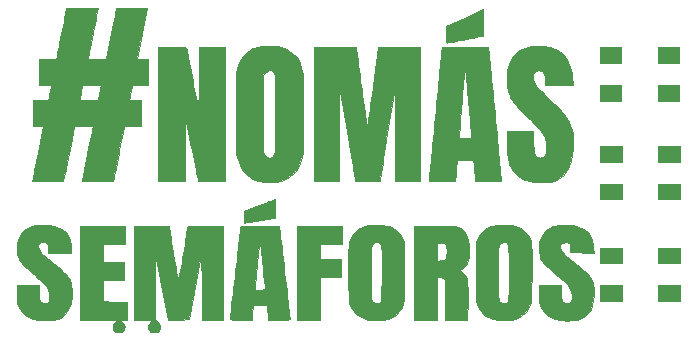
<source format=gbr>
G04 #@! TF.GenerationSoftware,KiCad,Pcbnew,5.0.2+dfsg1-1*
G04 #@! TF.CreationDate,2019-10-14T23:09:41+02:00*
G04 #@! TF.ProjectId,NOMAS_semaforos,4e4f4d41-535f-4736-956d-61666f726f73,rev?*
G04 #@! TF.SameCoordinates,Original*
G04 #@! TF.FileFunction,Soldermask,Top*
G04 #@! TF.FilePolarity,Negative*
%FSLAX46Y46*%
G04 Gerber Fmt 4.6, Leading zero omitted, Abs format (unit mm)*
G04 Created by KiCad (PCBNEW 5.0.2+dfsg1-1) date lun 14 oct 2019 23:09:41 CEST*
%MOMM*%
%LPD*%
G01*
G04 APERTURE LIST*
%ADD10C,0.010000*%
%ADD11C,0.100000*%
G04 APERTURE END LIST*
D10*
G04 #@! TO.C,Ref\002A\002A*
G36*
X158860798Y-89817780D02*
X158863073Y-90114981D01*
X158863664Y-90383505D01*
X158862667Y-90611983D01*
X158860175Y-90789046D01*
X158856281Y-90903324D01*
X158851519Y-90943258D01*
X158807258Y-90955377D01*
X158691144Y-90981123D01*
X158514496Y-91018270D01*
X158288631Y-91064593D01*
X158024866Y-91117865D01*
X157734518Y-91175862D01*
X157428905Y-91236355D01*
X157119344Y-91297121D01*
X156817153Y-91355932D01*
X156533648Y-91410564D01*
X156280148Y-91458789D01*
X156067968Y-91498382D01*
X155908428Y-91527118D01*
X155812844Y-91542770D01*
X155792050Y-91545000D01*
X155771219Y-91525621D01*
X155756120Y-91461235D01*
X155746038Y-91342467D01*
X155740259Y-91159944D01*
X155738070Y-90904291D01*
X155738000Y-90835371D01*
X155738000Y-90125742D01*
X157293750Y-89419311D01*
X158849500Y-88712879D01*
X158860798Y-89817780D01*
X158860798Y-89817780D01*
G37*
X158860798Y-89817780D02*
X158863073Y-90114981D01*
X158863664Y-90383505D01*
X158862667Y-90611983D01*
X158860175Y-90789046D01*
X158856281Y-90903324D01*
X158851519Y-90943258D01*
X158807258Y-90955377D01*
X158691144Y-90981123D01*
X158514496Y-91018270D01*
X158288631Y-91064593D01*
X158024866Y-91117865D01*
X157734518Y-91175862D01*
X157428905Y-91236355D01*
X157119344Y-91297121D01*
X156817153Y-91355932D01*
X156533648Y-91410564D01*
X156280148Y-91458789D01*
X156067968Y-91498382D01*
X155908428Y-91527118D01*
X155812844Y-91542770D01*
X155792050Y-91545000D01*
X155771219Y-91525621D01*
X155756120Y-91461235D01*
X155746038Y-91342467D01*
X155740259Y-91159944D01*
X155738070Y-90904291D01*
X155738000Y-90835371D01*
X155738000Y-90125742D01*
X157293750Y-89419311D01*
X158849500Y-88712879D01*
X158860798Y-89817780D01*
G36*
X157724655Y-91926661D02*
X158096687Y-91928553D01*
X158433284Y-91931542D01*
X158726135Y-91935495D01*
X158966927Y-91940277D01*
X159147349Y-91945755D01*
X159259089Y-91951794D01*
X159294085Y-91957750D01*
X159298099Y-92004801D01*
X159309718Y-92130091D01*
X159328361Y-92327590D01*
X159353443Y-92591267D01*
X159384382Y-92915093D01*
X159420594Y-93293035D01*
X159461497Y-93719065D01*
X159506506Y-94187152D01*
X159555040Y-94691264D01*
X159606514Y-95225373D01*
X159660346Y-95783446D01*
X159715952Y-96359455D01*
X159772750Y-96947368D01*
X159830156Y-97541155D01*
X159887586Y-98134786D01*
X159944459Y-98722229D01*
X160000190Y-99297456D01*
X160054196Y-99854434D01*
X160105895Y-100387135D01*
X160154703Y-100889527D01*
X160200037Y-101355580D01*
X160241314Y-101779263D01*
X160277950Y-102154546D01*
X160309363Y-102475399D01*
X160334969Y-102735792D01*
X160354186Y-102929693D01*
X160366429Y-103051072D01*
X160370750Y-103091417D01*
X160393046Y-103271334D01*
X158204269Y-103271334D01*
X158178441Y-103027917D01*
X158165121Y-102891209D01*
X158147589Y-102695502D01*
X158128058Y-102466218D01*
X158108742Y-102228780D01*
X158107494Y-102213000D01*
X158088403Y-101942069D01*
X158072683Y-101743458D01*
X158049054Y-101606098D01*
X158006236Y-101518920D01*
X157932950Y-101470855D01*
X157817918Y-101450834D01*
X157649859Y-101447787D01*
X157417494Y-101450646D01*
X157331028Y-101451000D01*
X156639669Y-101451000D01*
X156589935Y-102160084D01*
X156571564Y-102413491D01*
X156553120Y-102652898D01*
X156536189Y-102858771D01*
X156522354Y-103011577D01*
X156516128Y-103070250D01*
X156492055Y-103271334D01*
X154251145Y-103271334D01*
X154276121Y-103091417D01*
X154284079Y-103021764D01*
X154299462Y-102875178D01*
X154321674Y-102657754D01*
X154350121Y-102375587D01*
X154384208Y-102034773D01*
X154423338Y-101641407D01*
X154466918Y-101201584D01*
X154514351Y-100721400D01*
X154565043Y-100206949D01*
X154618398Y-99664328D01*
X154621701Y-99630667D01*
X156838666Y-99630667D01*
X157346666Y-99630667D01*
X157576242Y-99628198D01*
X157730886Y-99620123D01*
X157820208Y-99605441D01*
X157853817Y-99583152D01*
X157854699Y-99577750D01*
X157851059Y-99522378D01*
X157840631Y-99391372D01*
X157824180Y-99193425D01*
X157802471Y-98937232D01*
X157776267Y-98631486D01*
X157746334Y-98284884D01*
X157713438Y-97906118D01*
X157678342Y-97503883D01*
X157641811Y-97086873D01*
X157604610Y-96663784D01*
X157567504Y-96243308D01*
X157531257Y-95834140D01*
X157496635Y-95444975D01*
X157464403Y-95084507D01*
X157435324Y-94761430D01*
X157410163Y-94484439D01*
X157389687Y-94262228D01*
X157374658Y-94103490D01*
X157365842Y-94016921D01*
X157364807Y-94008380D01*
X157338741Y-93891538D01*
X157303042Y-93842092D01*
X157291501Y-93842333D01*
X157277419Y-93882175D01*
X157259377Y-93994677D01*
X157237226Y-94181454D01*
X157210814Y-94444123D01*
X157179990Y-94784298D01*
X157144604Y-95203596D01*
X157104504Y-95703633D01*
X157059540Y-96286024D01*
X157043253Y-96501286D01*
X157007930Y-96973547D01*
X156974521Y-97426550D01*
X156943589Y-97852248D01*
X156915697Y-98242595D01*
X156891408Y-98589547D01*
X156871283Y-98885057D01*
X156855886Y-99121080D01*
X156845779Y-99289570D01*
X156841525Y-99382480D01*
X156841444Y-99387250D01*
X156838666Y-99630667D01*
X154621701Y-99630667D01*
X154673821Y-99099632D01*
X154730718Y-98518955D01*
X154788492Y-97928393D01*
X154846548Y-97334042D01*
X154904292Y-96741997D01*
X154961128Y-96158353D01*
X155016462Y-95589205D01*
X155069697Y-95040648D01*
X155120238Y-94518779D01*
X155167491Y-94029692D01*
X155210860Y-93579483D01*
X155249750Y-93174246D01*
X155283566Y-92820078D01*
X155311713Y-92523073D01*
X155333595Y-92289327D01*
X155348617Y-92124936D01*
X155356185Y-92035993D01*
X155357000Y-92022269D01*
X155357000Y-91926000D01*
X157325500Y-91926000D01*
X157724655Y-91926661D01*
X157724655Y-91926661D01*
G37*
X157724655Y-91926661D02*
X158096687Y-91928553D01*
X158433284Y-91931542D01*
X158726135Y-91935495D01*
X158966927Y-91940277D01*
X159147349Y-91945755D01*
X159259089Y-91951794D01*
X159294085Y-91957750D01*
X159298099Y-92004801D01*
X159309718Y-92130091D01*
X159328361Y-92327590D01*
X159353443Y-92591267D01*
X159384382Y-92915093D01*
X159420594Y-93293035D01*
X159461497Y-93719065D01*
X159506506Y-94187152D01*
X159555040Y-94691264D01*
X159606514Y-95225373D01*
X159660346Y-95783446D01*
X159715952Y-96359455D01*
X159772750Y-96947368D01*
X159830156Y-97541155D01*
X159887586Y-98134786D01*
X159944459Y-98722229D01*
X160000190Y-99297456D01*
X160054196Y-99854434D01*
X160105895Y-100387135D01*
X160154703Y-100889527D01*
X160200037Y-101355580D01*
X160241314Y-101779263D01*
X160277950Y-102154546D01*
X160309363Y-102475399D01*
X160334969Y-102735792D01*
X160354186Y-102929693D01*
X160366429Y-103051072D01*
X160370750Y-103091417D01*
X160393046Y-103271334D01*
X158204269Y-103271334D01*
X158178441Y-103027917D01*
X158165121Y-102891209D01*
X158147589Y-102695502D01*
X158128058Y-102466218D01*
X158108742Y-102228780D01*
X158107494Y-102213000D01*
X158088403Y-101942069D01*
X158072683Y-101743458D01*
X158049054Y-101606098D01*
X158006236Y-101518920D01*
X157932950Y-101470855D01*
X157817918Y-101450834D01*
X157649859Y-101447787D01*
X157417494Y-101450646D01*
X157331028Y-101451000D01*
X156639669Y-101451000D01*
X156589935Y-102160084D01*
X156571564Y-102413491D01*
X156553120Y-102652898D01*
X156536189Y-102858771D01*
X156522354Y-103011577D01*
X156516128Y-103070250D01*
X156492055Y-103271334D01*
X154251145Y-103271334D01*
X154276121Y-103091417D01*
X154284079Y-103021764D01*
X154299462Y-102875178D01*
X154321674Y-102657754D01*
X154350121Y-102375587D01*
X154384208Y-102034773D01*
X154423338Y-101641407D01*
X154466918Y-101201584D01*
X154514351Y-100721400D01*
X154565043Y-100206949D01*
X154618398Y-99664328D01*
X154621701Y-99630667D01*
X156838666Y-99630667D01*
X157346666Y-99630667D01*
X157576242Y-99628198D01*
X157730886Y-99620123D01*
X157820208Y-99605441D01*
X157853817Y-99583152D01*
X157854699Y-99577750D01*
X157851059Y-99522378D01*
X157840631Y-99391372D01*
X157824180Y-99193425D01*
X157802471Y-98937232D01*
X157776267Y-98631486D01*
X157746334Y-98284884D01*
X157713438Y-97906118D01*
X157678342Y-97503883D01*
X157641811Y-97086873D01*
X157604610Y-96663784D01*
X157567504Y-96243308D01*
X157531257Y-95834140D01*
X157496635Y-95444975D01*
X157464403Y-95084507D01*
X157435324Y-94761430D01*
X157410163Y-94484439D01*
X157389687Y-94262228D01*
X157374658Y-94103490D01*
X157365842Y-94016921D01*
X157364807Y-94008380D01*
X157338741Y-93891538D01*
X157303042Y-93842092D01*
X157291501Y-93842333D01*
X157277419Y-93882175D01*
X157259377Y-93994677D01*
X157237226Y-94181454D01*
X157210814Y-94444123D01*
X157179990Y-94784298D01*
X157144604Y-95203596D01*
X157104504Y-95703633D01*
X157059540Y-96286024D01*
X157043253Y-96501286D01*
X157007930Y-96973547D01*
X156974521Y-97426550D01*
X156943589Y-97852248D01*
X156915697Y-98242595D01*
X156891408Y-98589547D01*
X156871283Y-98885057D01*
X156855886Y-99121080D01*
X156845779Y-99289570D01*
X156841525Y-99382480D01*
X156841444Y-99387250D01*
X156838666Y-99630667D01*
X154621701Y-99630667D01*
X154673821Y-99099632D01*
X154730718Y-98518955D01*
X154788492Y-97928393D01*
X154846548Y-97334042D01*
X154904292Y-96741997D01*
X154961128Y-96158353D01*
X155016462Y-95589205D01*
X155069697Y-95040648D01*
X155120238Y-94518779D01*
X155167491Y-94029692D01*
X155210860Y-93579483D01*
X155249750Y-93174246D01*
X155283566Y-92820078D01*
X155311713Y-92523073D01*
X155333595Y-92289327D01*
X155348617Y-92124936D01*
X155356185Y-92035993D01*
X155357000Y-92022269D01*
X155357000Y-91926000D01*
X157325500Y-91926000D01*
X157724655Y-91926661D01*
G36*
X148086633Y-92042417D02*
X148095737Y-92101916D01*
X148115522Y-92238669D01*
X148145058Y-92446061D01*
X148183417Y-92717481D01*
X148229671Y-93046313D01*
X148282892Y-93425945D01*
X148342152Y-93849762D01*
X148406523Y-94311152D01*
X148475076Y-94803501D01*
X148546883Y-95320195D01*
X148568169Y-95473541D01*
X148642482Y-96005467D01*
X148713273Y-96505187D01*
X148779695Y-96967105D01*
X148840899Y-97385624D01*
X148896037Y-97755149D01*
X148944263Y-98070084D01*
X148984727Y-98324832D01*
X149016583Y-98513797D01*
X149038983Y-98631383D01*
X149051079Y-98671993D01*
X149052345Y-98669708D01*
X149061889Y-98609865D01*
X149082135Y-98472779D01*
X149112145Y-98265073D01*
X149150983Y-97993366D01*
X149197711Y-97664280D01*
X149251393Y-97284436D01*
X149311091Y-96860454D01*
X149375868Y-96398955D01*
X149444787Y-95906560D01*
X149516910Y-95389890D01*
X149537996Y-95238584D01*
X149999457Y-91926000D01*
X153536666Y-91926000D01*
X153536666Y-103271334D01*
X151420434Y-103271334D01*
X151409633Y-99302948D01*
X151398833Y-95334563D01*
X150767275Y-99228865D01*
X150675641Y-99793447D01*
X150587598Y-100335030D01*
X150504119Y-100847671D01*
X150426179Y-101325425D01*
X150354753Y-101762348D01*
X150290815Y-102152498D01*
X150235339Y-102489930D01*
X150189299Y-102768700D01*
X150153670Y-102982866D01*
X150129426Y-103126483D01*
X150117542Y-103193607D01*
X150116755Y-103197250D01*
X150105008Y-103220479D01*
X150076502Y-103238302D01*
X150021247Y-103251427D01*
X149929249Y-103260561D01*
X149790517Y-103266410D01*
X149595060Y-103269682D01*
X149332885Y-103271084D01*
X149069770Y-103271334D01*
X148041748Y-103271334D01*
X147999781Y-103027917D01*
X147986473Y-102950667D01*
X147959901Y-102796364D01*
X147921164Y-102571392D01*
X147871362Y-102282137D01*
X147811593Y-101934985D01*
X147742957Y-101536321D01*
X147666554Y-101092531D01*
X147583483Y-100610001D01*
X147494843Y-100095115D01*
X147401734Y-99554259D01*
X147307657Y-99007775D01*
X146657500Y-95231050D01*
X146646702Y-99251192D01*
X146635905Y-103271334D01*
X144562000Y-103271334D01*
X144562000Y-91926000D01*
X148065083Y-91926000D01*
X148086633Y-92042417D01*
X148086633Y-92042417D01*
G37*
X148086633Y-92042417D02*
X148095737Y-92101916D01*
X148115522Y-92238669D01*
X148145058Y-92446061D01*
X148183417Y-92717481D01*
X148229671Y-93046313D01*
X148282892Y-93425945D01*
X148342152Y-93849762D01*
X148406523Y-94311152D01*
X148475076Y-94803501D01*
X148546883Y-95320195D01*
X148568169Y-95473541D01*
X148642482Y-96005467D01*
X148713273Y-96505187D01*
X148779695Y-96967105D01*
X148840899Y-97385624D01*
X148896037Y-97755149D01*
X148944263Y-98070084D01*
X148984727Y-98324832D01*
X149016583Y-98513797D01*
X149038983Y-98631383D01*
X149051079Y-98671993D01*
X149052345Y-98669708D01*
X149061889Y-98609865D01*
X149082135Y-98472779D01*
X149112145Y-98265073D01*
X149150983Y-97993366D01*
X149197711Y-97664280D01*
X149251393Y-97284436D01*
X149311091Y-96860454D01*
X149375868Y-96398955D01*
X149444787Y-95906560D01*
X149516910Y-95389890D01*
X149537996Y-95238584D01*
X149999457Y-91926000D01*
X153536666Y-91926000D01*
X153536666Y-103271334D01*
X151420434Y-103271334D01*
X151409633Y-99302948D01*
X151398833Y-95334563D01*
X150767275Y-99228865D01*
X150675641Y-99793447D01*
X150587598Y-100335030D01*
X150504119Y-100847671D01*
X150426179Y-101325425D01*
X150354753Y-101762348D01*
X150290815Y-102152498D01*
X150235339Y-102489930D01*
X150189299Y-102768700D01*
X150153670Y-102982866D01*
X150129426Y-103126483D01*
X150117542Y-103193607D01*
X150116755Y-103197250D01*
X150105008Y-103220479D01*
X150076502Y-103238302D01*
X150021247Y-103251427D01*
X149929249Y-103260561D01*
X149790517Y-103266410D01*
X149595060Y-103269682D01*
X149332885Y-103271084D01*
X149069770Y-103271334D01*
X148041748Y-103271334D01*
X147999781Y-103027917D01*
X147986473Y-102950667D01*
X147959901Y-102796364D01*
X147921164Y-102571392D01*
X147871362Y-102282137D01*
X147811593Y-101934985D01*
X147742957Y-101536321D01*
X147666554Y-101092531D01*
X147583483Y-100610001D01*
X147494843Y-100095115D01*
X147401734Y-99554259D01*
X147307657Y-99007775D01*
X146657500Y-95231050D01*
X146646702Y-99251192D01*
X146635905Y-103271334D01*
X144562000Y-103271334D01*
X144562000Y-91926000D01*
X148065083Y-91926000D01*
X148086633Y-92042417D01*
G36*
X132888568Y-91927417D02*
X133197566Y-91931555D01*
X133440175Y-91938242D01*
X133611412Y-91947310D01*
X133706293Y-91958588D01*
X133724666Y-91967203D01*
X133732666Y-92020318D01*
X133755513Y-92147654D01*
X133791477Y-92340405D01*
X133838829Y-92589765D01*
X133895841Y-92886926D01*
X133960782Y-93223081D01*
X134031924Y-93589426D01*
X134107537Y-93977151D01*
X134185892Y-94377452D01*
X134265260Y-94781521D01*
X134343911Y-95180552D01*
X134420116Y-95565737D01*
X134492146Y-95928271D01*
X134558272Y-96259347D01*
X134616764Y-96550158D01*
X134665894Y-96791897D01*
X134703931Y-96975757D01*
X134729147Y-97092933D01*
X134739015Y-97133000D01*
X134746388Y-97113054D01*
X134753222Y-97013100D01*
X134759445Y-96837796D01*
X134764982Y-96591800D01*
X134769759Y-96279770D01*
X134773701Y-95906363D01*
X134776734Y-95476237D01*
X134778785Y-94994050D01*
X134779657Y-94582417D01*
X134783000Y-91926000D01*
X136984333Y-91926000D01*
X136984333Y-103271334D01*
X135865352Y-103271334D01*
X135527342Y-103270962D01*
X135264409Y-103269433D01*
X135066966Y-103266123D01*
X134925423Y-103260409D01*
X134830195Y-103251668D01*
X134771692Y-103239276D01*
X134740327Y-103222612D01*
X134726512Y-103201051D01*
X134725331Y-103197250D01*
X134713485Y-103143828D01*
X134686375Y-103014570D01*
X134645463Y-102816639D01*
X134592212Y-102557195D01*
X134528084Y-102243401D01*
X134454543Y-101882419D01*
X134373051Y-101481410D01*
X134285071Y-101047538D01*
X134192067Y-100587963D01*
X134161561Y-100437030D01*
X133618833Y-97750893D01*
X133607943Y-100511113D01*
X133597053Y-103271334D01*
X131311666Y-103271334D01*
X131311666Y-91926000D01*
X132518166Y-91926000D01*
X132888568Y-91927417D01*
X132888568Y-91927417D01*
G37*
X132888568Y-91927417D02*
X133197566Y-91931555D01*
X133440175Y-91938242D01*
X133611412Y-91947310D01*
X133706293Y-91958588D01*
X133724666Y-91967203D01*
X133732666Y-92020318D01*
X133755513Y-92147654D01*
X133791477Y-92340405D01*
X133838829Y-92589765D01*
X133895841Y-92886926D01*
X133960782Y-93223081D01*
X134031924Y-93589426D01*
X134107537Y-93977151D01*
X134185892Y-94377452D01*
X134265260Y-94781521D01*
X134343911Y-95180552D01*
X134420116Y-95565737D01*
X134492146Y-95928271D01*
X134558272Y-96259347D01*
X134616764Y-96550158D01*
X134665894Y-96791897D01*
X134703931Y-96975757D01*
X134729147Y-97092933D01*
X134739015Y-97133000D01*
X134746388Y-97113054D01*
X134753222Y-97013100D01*
X134759445Y-96837796D01*
X134764982Y-96591800D01*
X134769759Y-96279770D01*
X134773701Y-95906363D01*
X134776734Y-95476237D01*
X134778785Y-94994050D01*
X134779657Y-94582417D01*
X134783000Y-91926000D01*
X136984333Y-91926000D01*
X136984333Y-103271334D01*
X135865352Y-103271334D01*
X135527342Y-103270962D01*
X135264409Y-103269433D01*
X135066966Y-103266123D01*
X134925423Y-103260409D01*
X134830195Y-103251668D01*
X134771692Y-103239276D01*
X134740327Y-103222612D01*
X134726512Y-103201051D01*
X134725331Y-103197250D01*
X134713485Y-103143828D01*
X134686375Y-103014570D01*
X134645463Y-102816639D01*
X134592212Y-102557195D01*
X134528084Y-102243401D01*
X134454543Y-101882419D01*
X134373051Y-101481410D01*
X134285071Y-101047538D01*
X134192067Y-100587963D01*
X134161561Y-100437030D01*
X133618833Y-97750893D01*
X133607943Y-100511113D01*
X133597053Y-103271334D01*
X131311666Y-103271334D01*
X131311666Y-91926000D01*
X132518166Y-91926000D01*
X132888568Y-91927417D01*
G36*
X125224481Y-88582671D02*
X125521883Y-88585518D01*
X125780275Y-88589958D01*
X125989558Y-88595742D01*
X126139634Y-88602619D01*
X126220406Y-88610341D01*
X126231666Y-88614617D01*
X126223588Y-88661364D01*
X126200399Y-88783170D01*
X126163666Y-88972089D01*
X126114955Y-89220172D01*
X126055834Y-89519471D01*
X125987869Y-89862039D01*
X125912629Y-90239928D01*
X125831678Y-90645190D01*
X125808333Y-90761834D01*
X125726068Y-91173340D01*
X125649076Y-91559719D01*
X125578926Y-91913016D01*
X125517183Y-92225279D01*
X125465416Y-92488556D01*
X125425192Y-92694895D01*
X125398077Y-92836342D01*
X125385639Y-92904946D01*
X125385000Y-92910005D01*
X125425108Y-92920174D01*
X125536583Y-92927864D01*
X125706153Y-92932691D01*
X125920543Y-92934269D01*
X126156120Y-92932372D01*
X126927241Y-92920834D01*
X127363563Y-90764418D01*
X127447711Y-90349552D01*
X127527041Y-89960399D01*
X127599939Y-89604735D01*
X127664795Y-89290332D01*
X127719994Y-89024966D01*
X127763926Y-88816410D01*
X127794978Y-88672437D01*
X127811537Y-88600823D01*
X127813666Y-88594223D01*
X127857797Y-88591166D01*
X127976257Y-88589053D01*
X128158714Y-88587904D01*
X128394835Y-88587739D01*
X128674289Y-88588580D01*
X128986741Y-88590445D01*
X129137056Y-88591638D01*
X130446665Y-88602834D01*
X129591177Y-92942000D01*
X130465000Y-92942000D01*
X130465000Y-95101000D01*
X129164710Y-95101000D01*
X129050405Y-95683084D01*
X129007288Y-95900177D01*
X128968359Y-96091650D01*
X128937239Y-96240006D01*
X128917553Y-96327747D01*
X128914530Y-96339250D01*
X128912152Y-96370493D01*
X128935361Y-96391509D01*
X128997336Y-96404293D01*
X129111256Y-96410841D01*
X129290298Y-96413147D01*
X129403813Y-96413334D01*
X129914666Y-96413334D01*
X129914666Y-98572334D01*
X129195000Y-98572334D01*
X128958829Y-98572983D01*
X128755218Y-98574783D01*
X128597914Y-98577511D01*
X128500663Y-98580943D01*
X128475333Y-98584008D01*
X128467262Y-98626486D01*
X128444043Y-98744508D01*
X128407163Y-98930599D01*
X128358112Y-99177286D01*
X128298378Y-99477098D01*
X128229449Y-99822560D01*
X128152814Y-100206200D01*
X128069961Y-100620544D01*
X128009666Y-100921833D01*
X127923377Y-101353076D01*
X127842274Y-101758794D01*
X127767845Y-102131514D01*
X127701579Y-102463763D01*
X127644964Y-102748069D01*
X127599490Y-102976958D01*
X127566643Y-103142958D01*
X127547914Y-103238594D01*
X127544000Y-103259659D01*
X127503353Y-103262522D01*
X127388162Y-103265131D01*
X127208548Y-103267396D01*
X126974633Y-103269229D01*
X126696538Y-103270540D01*
X126384386Y-103271240D01*
X126216695Y-103271334D01*
X124889390Y-103271334D01*
X125348861Y-100975695D01*
X125434716Y-100545794D01*
X125515352Y-100140183D01*
X125589264Y-99766569D01*
X125654942Y-99432658D01*
X125710882Y-99146156D01*
X125755575Y-98914770D01*
X125787515Y-98746205D01*
X125805194Y-98648168D01*
X125808333Y-98626195D01*
X125789244Y-98606252D01*
X125725965Y-98591549D01*
X125609480Y-98581461D01*
X125430774Y-98575364D01*
X125180829Y-98572633D01*
X125031122Y-98572334D01*
X124253911Y-98572334D01*
X123950014Y-100128084D01*
X123872984Y-100522280D01*
X123793843Y-100927024D01*
X123715810Y-101325869D01*
X123642104Y-101702372D01*
X123575943Y-102040087D01*
X123520547Y-102322571D01*
X123490106Y-102477584D01*
X123334095Y-103271334D01*
X122010047Y-103271334D01*
X121684978Y-103271009D01*
X121388898Y-103270088D01*
X121131931Y-103268653D01*
X120924206Y-103266784D01*
X120775847Y-103264562D01*
X120696982Y-103262069D01*
X120686773Y-103260750D01*
X120694833Y-103218447D01*
X120717743Y-103100537D01*
X120754041Y-102914494D01*
X120802265Y-102667791D01*
X120860952Y-102367902D01*
X120928640Y-102022301D01*
X121003867Y-101638460D01*
X121085170Y-101223854D01*
X121144423Y-100921834D01*
X121601298Y-98593500D01*
X121164815Y-98581485D01*
X120728333Y-98569469D01*
X120728333Y-96413334D01*
X121384500Y-96413334D01*
X124697796Y-96413334D01*
X126256943Y-96413334D01*
X126354457Y-95873584D01*
X126393308Y-95659001D01*
X126428538Y-95465270D01*
X126456448Y-95312670D01*
X126473340Y-95221480D01*
X126474110Y-95217417D01*
X126496250Y-95101000D01*
X124938729Y-95101000D01*
X124841749Y-95640750D01*
X124802993Y-95855362D01*
X124767649Y-96049113D01*
X124739439Y-96201717D01*
X124722090Y-96292883D01*
X124721283Y-96296917D01*
X124697796Y-96413334D01*
X121384500Y-96413334D01*
X121609371Y-96411742D01*
X121801033Y-96407350D01*
X121945091Y-96400732D01*
X122027151Y-96392460D01*
X122040666Y-96387183D01*
X122048857Y-96338581D01*
X122071397Y-96222403D01*
X122105238Y-96053931D01*
X122147333Y-95848449D01*
X122167666Y-95750336D01*
X122212375Y-95534105D01*
X122250190Y-95348844D01*
X122278075Y-95209618D01*
X122292993Y-95131493D01*
X122294666Y-95120320D01*
X122255061Y-95112862D01*
X122147152Y-95106741D01*
X121987300Y-95102580D01*
X121791865Y-95101001D01*
X121786666Y-95101000D01*
X121278666Y-95101000D01*
X121278666Y-92942000D01*
X121997526Y-92942000D01*
X122259460Y-92941672D01*
X122448967Y-92939639D01*
X122578285Y-92934329D01*
X122659654Y-92924169D01*
X122705313Y-92907588D01*
X122727502Y-92883013D01*
X122738458Y-92848871D01*
X122738963Y-92846750D01*
X122754133Y-92775668D01*
X122782896Y-92634202D01*
X122823369Y-92431991D01*
X122873668Y-92178676D01*
X122931909Y-91883894D01*
X122996209Y-91557288D01*
X123064683Y-91208495D01*
X123135449Y-90847157D01*
X123206621Y-90482912D01*
X123276317Y-90125401D01*
X123342653Y-89784263D01*
X123403745Y-89469138D01*
X123457709Y-89189665D01*
X123502661Y-88955485D01*
X123536718Y-88776237D01*
X123557996Y-88661561D01*
X123564666Y-88621387D01*
X123605869Y-88610380D01*
X123724972Y-88600861D01*
X123915219Y-88593031D01*
X124169855Y-88587092D01*
X124482124Y-88583244D01*
X124845268Y-88581690D01*
X124898166Y-88581667D01*
X125224481Y-88582671D01*
X125224481Y-88582671D01*
G37*
X125224481Y-88582671D02*
X125521883Y-88585518D01*
X125780275Y-88589958D01*
X125989558Y-88595742D01*
X126139634Y-88602619D01*
X126220406Y-88610341D01*
X126231666Y-88614617D01*
X126223588Y-88661364D01*
X126200399Y-88783170D01*
X126163666Y-88972089D01*
X126114955Y-89220172D01*
X126055834Y-89519471D01*
X125987869Y-89862039D01*
X125912629Y-90239928D01*
X125831678Y-90645190D01*
X125808333Y-90761834D01*
X125726068Y-91173340D01*
X125649076Y-91559719D01*
X125578926Y-91913016D01*
X125517183Y-92225279D01*
X125465416Y-92488556D01*
X125425192Y-92694895D01*
X125398077Y-92836342D01*
X125385639Y-92904946D01*
X125385000Y-92910005D01*
X125425108Y-92920174D01*
X125536583Y-92927864D01*
X125706153Y-92932691D01*
X125920543Y-92934269D01*
X126156120Y-92932372D01*
X126927241Y-92920834D01*
X127363563Y-90764418D01*
X127447711Y-90349552D01*
X127527041Y-89960399D01*
X127599939Y-89604735D01*
X127664795Y-89290332D01*
X127719994Y-89024966D01*
X127763926Y-88816410D01*
X127794978Y-88672437D01*
X127811537Y-88600823D01*
X127813666Y-88594223D01*
X127857797Y-88591166D01*
X127976257Y-88589053D01*
X128158714Y-88587904D01*
X128394835Y-88587739D01*
X128674289Y-88588580D01*
X128986741Y-88590445D01*
X129137056Y-88591638D01*
X130446665Y-88602834D01*
X129591177Y-92942000D01*
X130465000Y-92942000D01*
X130465000Y-95101000D01*
X129164710Y-95101000D01*
X129050405Y-95683084D01*
X129007288Y-95900177D01*
X128968359Y-96091650D01*
X128937239Y-96240006D01*
X128917553Y-96327747D01*
X128914530Y-96339250D01*
X128912152Y-96370493D01*
X128935361Y-96391509D01*
X128997336Y-96404293D01*
X129111256Y-96410841D01*
X129290298Y-96413147D01*
X129403813Y-96413334D01*
X129914666Y-96413334D01*
X129914666Y-98572334D01*
X129195000Y-98572334D01*
X128958829Y-98572983D01*
X128755218Y-98574783D01*
X128597914Y-98577511D01*
X128500663Y-98580943D01*
X128475333Y-98584008D01*
X128467262Y-98626486D01*
X128444043Y-98744508D01*
X128407163Y-98930599D01*
X128358112Y-99177286D01*
X128298378Y-99477098D01*
X128229449Y-99822560D01*
X128152814Y-100206200D01*
X128069961Y-100620544D01*
X128009666Y-100921833D01*
X127923377Y-101353076D01*
X127842274Y-101758794D01*
X127767845Y-102131514D01*
X127701579Y-102463763D01*
X127644964Y-102748069D01*
X127599490Y-102976958D01*
X127566643Y-103142958D01*
X127547914Y-103238594D01*
X127544000Y-103259659D01*
X127503353Y-103262522D01*
X127388162Y-103265131D01*
X127208548Y-103267396D01*
X126974633Y-103269229D01*
X126696538Y-103270540D01*
X126384386Y-103271240D01*
X126216695Y-103271334D01*
X124889390Y-103271334D01*
X125348861Y-100975695D01*
X125434716Y-100545794D01*
X125515352Y-100140183D01*
X125589264Y-99766569D01*
X125654942Y-99432658D01*
X125710882Y-99146156D01*
X125755575Y-98914770D01*
X125787515Y-98746205D01*
X125805194Y-98648168D01*
X125808333Y-98626195D01*
X125789244Y-98606252D01*
X125725965Y-98591549D01*
X125609480Y-98581461D01*
X125430774Y-98575364D01*
X125180829Y-98572633D01*
X125031122Y-98572334D01*
X124253911Y-98572334D01*
X123950014Y-100128084D01*
X123872984Y-100522280D01*
X123793843Y-100927024D01*
X123715810Y-101325869D01*
X123642104Y-101702372D01*
X123575943Y-102040087D01*
X123520547Y-102322571D01*
X123490106Y-102477584D01*
X123334095Y-103271334D01*
X122010047Y-103271334D01*
X121684978Y-103271009D01*
X121388898Y-103270088D01*
X121131931Y-103268653D01*
X120924206Y-103266784D01*
X120775847Y-103264562D01*
X120696982Y-103262069D01*
X120686773Y-103260750D01*
X120694833Y-103218447D01*
X120717743Y-103100537D01*
X120754041Y-102914494D01*
X120802265Y-102667791D01*
X120860952Y-102367902D01*
X120928640Y-102022301D01*
X121003867Y-101638460D01*
X121085170Y-101223854D01*
X121144423Y-100921834D01*
X121601298Y-98593500D01*
X121164815Y-98581485D01*
X120728333Y-98569469D01*
X120728333Y-96413334D01*
X121384500Y-96413334D01*
X124697796Y-96413334D01*
X126256943Y-96413334D01*
X126354457Y-95873584D01*
X126393308Y-95659001D01*
X126428538Y-95465270D01*
X126456448Y-95312670D01*
X126473340Y-95221480D01*
X126474110Y-95217417D01*
X126496250Y-95101000D01*
X124938729Y-95101000D01*
X124841749Y-95640750D01*
X124802993Y-95855362D01*
X124767649Y-96049113D01*
X124739439Y-96201717D01*
X124722090Y-96292883D01*
X124721283Y-96296917D01*
X124697796Y-96413334D01*
X121384500Y-96413334D01*
X121609371Y-96411742D01*
X121801033Y-96407350D01*
X121945091Y-96400732D01*
X122027151Y-96392460D01*
X122040666Y-96387183D01*
X122048857Y-96338581D01*
X122071397Y-96222403D01*
X122105238Y-96053931D01*
X122147333Y-95848449D01*
X122167666Y-95750336D01*
X122212375Y-95534105D01*
X122250190Y-95348844D01*
X122278075Y-95209618D01*
X122292993Y-95131493D01*
X122294666Y-95120320D01*
X122255061Y-95112862D01*
X122147152Y-95106741D01*
X121987300Y-95102580D01*
X121791865Y-95101001D01*
X121786666Y-95101000D01*
X121278666Y-95101000D01*
X121278666Y-92942000D01*
X121997526Y-92942000D01*
X122259460Y-92941672D01*
X122448967Y-92939639D01*
X122578285Y-92934329D01*
X122659654Y-92924169D01*
X122705313Y-92907588D01*
X122727502Y-92883013D01*
X122738458Y-92848871D01*
X122738963Y-92846750D01*
X122754133Y-92775668D01*
X122782896Y-92634202D01*
X122823369Y-92431991D01*
X122873668Y-92178676D01*
X122931909Y-91883894D01*
X122996209Y-91557288D01*
X123064683Y-91208495D01*
X123135449Y-90847157D01*
X123206621Y-90482912D01*
X123276317Y-90125401D01*
X123342653Y-89784263D01*
X123403745Y-89469138D01*
X123457709Y-89189665D01*
X123502661Y-88955485D01*
X123536718Y-88776237D01*
X123557996Y-88661561D01*
X123564666Y-88621387D01*
X123605869Y-88610380D01*
X123724972Y-88600861D01*
X123915219Y-88593031D01*
X124169855Y-88587092D01*
X124482124Y-88583244D01*
X124845268Y-88581690D01*
X124898166Y-88581667D01*
X125224481Y-88582671D01*
G36*
X163784972Y-91826592D02*
X164083045Y-91845536D01*
X164347192Y-91876166D01*
X164549409Y-91916736D01*
X164969300Y-92062688D01*
X165330526Y-92257774D01*
X165635809Y-92505769D01*
X165887869Y-92810446D01*
X166089430Y-93175578D01*
X166243212Y-93604941D01*
X166351938Y-94102308D01*
X166401941Y-94485423D01*
X166421045Y-94684032D01*
X166436328Y-94859646D01*
X166445946Y-94990028D01*
X166448333Y-95044853D01*
X166448333Y-95143334D01*
X164077666Y-95143334D01*
X164077666Y-94718640D01*
X164067360Y-94427857D01*
X164032846Y-94210761D01*
X163968728Y-94058491D01*
X163869612Y-93962183D01*
X163730102Y-93912976D01*
X163580250Y-93901556D01*
X163363887Y-93932242D01*
X163205724Y-94024379D01*
X163105653Y-94178079D01*
X163063567Y-94393456D01*
X163062080Y-94453315D01*
X163092981Y-94664658D01*
X163177385Y-94902234D01*
X163303995Y-95137783D01*
X163378174Y-95244104D01*
X163435706Y-95308349D01*
X163546465Y-95421914D01*
X163701808Y-95576317D01*
X163893093Y-95763080D01*
X164111677Y-95973721D01*
X164348919Y-96199762D01*
X164437560Y-96283585D01*
X164800403Y-96629569D01*
X165105343Y-96929027D01*
X165359254Y-97189955D01*
X165569011Y-97420347D01*
X165741487Y-97628198D01*
X165883556Y-97821502D01*
X166002092Y-98008254D01*
X166103970Y-98196448D01*
X166132529Y-98254834D01*
X166247809Y-98508144D01*
X166333227Y-98731779D01*
X166393840Y-98948355D01*
X166434704Y-99180492D01*
X166460874Y-99450807D01*
X166477407Y-99781918D01*
X166478077Y-99800657D01*
X166475787Y-100434411D01*
X166422658Y-101010659D01*
X166319362Y-101526923D01*
X166166570Y-101980724D01*
X165964953Y-102369583D01*
X165715182Y-102691024D01*
X165687803Y-102719142D01*
X165437016Y-102938339D01*
X165165700Y-103106556D01*
X164861632Y-103227814D01*
X164512588Y-103306135D01*
X164106346Y-103345538D01*
X163763978Y-103352022D01*
X163518840Y-103346411D01*
X163277095Y-103333933D01*
X163064689Y-103316360D01*
X162907568Y-103295461D01*
X162892333Y-103292547D01*
X162430297Y-103164987D01*
X162031280Y-102981145D01*
X161694609Y-102740525D01*
X161419612Y-102442630D01*
X161205617Y-102086964D01*
X161177382Y-102025541D01*
X161093902Y-101823619D01*
X161027593Y-101628096D01*
X160976252Y-101424827D01*
X160937677Y-101199667D01*
X160909665Y-100938471D01*
X160890012Y-100627096D01*
X160876518Y-100251395D01*
X160872017Y-100064584D01*
X160849928Y-99038000D01*
X163094403Y-99038000D01*
X163112626Y-99916417D01*
X163121428Y-100254590D01*
X163133735Y-100519608D01*
X163151961Y-100722976D01*
X163178518Y-100876199D01*
X163215821Y-100990781D01*
X163266281Y-101078227D01*
X163332313Y-101150043D01*
X163379745Y-101189892D01*
X163546976Y-101268111D01*
X163670625Y-101281043D01*
X163861252Y-101260625D01*
X164004335Y-101195660D01*
X164104973Y-101078255D01*
X164168263Y-100900519D01*
X164199303Y-100654560D01*
X164204600Y-100454478D01*
X164197580Y-100227457D01*
X164178593Y-100007017D01*
X164150851Y-99827152D01*
X164141519Y-99787016D01*
X164104345Y-99653535D01*
X164063052Y-99532727D01*
X164011751Y-99417015D01*
X163944555Y-99298821D01*
X163855576Y-99170565D01*
X163738926Y-99024670D01*
X163588718Y-98853556D01*
X163399064Y-98649645D01*
X163164077Y-98405359D01*
X162877868Y-98113120D01*
X162704517Y-97937334D01*
X162365217Y-97591900D01*
X162080714Y-97297108D01*
X161844793Y-97044896D01*
X161651236Y-96827204D01*
X161493828Y-96635972D01*
X161366353Y-96463139D01*
X161262595Y-96300644D01*
X161176338Y-96140428D01*
X161101365Y-95974430D01*
X161031461Y-95794589D01*
X161013221Y-95744209D01*
X160964337Y-95604271D01*
X160929429Y-95488354D01*
X160906244Y-95377678D01*
X160892532Y-95253462D01*
X160886041Y-95096927D01*
X160884518Y-94889292D01*
X160885343Y-94677667D01*
X160894411Y-94295804D01*
X160919681Y-93977194D01*
X160965193Y-93701304D01*
X161034987Y-93447599D01*
X161133103Y-93195543D01*
X161208816Y-93033357D01*
X161415053Y-92705981D01*
X161689296Y-92415915D01*
X162019762Y-92172155D01*
X162394666Y-91983693D01*
X162723000Y-91877708D01*
X162921987Y-91844892D01*
X163180965Y-91825768D01*
X163476453Y-91819835D01*
X163784972Y-91826592D01*
X163784972Y-91826592D01*
G37*
X163784972Y-91826592D02*
X164083045Y-91845536D01*
X164347192Y-91876166D01*
X164549409Y-91916736D01*
X164969300Y-92062688D01*
X165330526Y-92257774D01*
X165635809Y-92505769D01*
X165887869Y-92810446D01*
X166089430Y-93175578D01*
X166243212Y-93604941D01*
X166351938Y-94102308D01*
X166401941Y-94485423D01*
X166421045Y-94684032D01*
X166436328Y-94859646D01*
X166445946Y-94990028D01*
X166448333Y-95044853D01*
X166448333Y-95143334D01*
X164077666Y-95143334D01*
X164077666Y-94718640D01*
X164067360Y-94427857D01*
X164032846Y-94210761D01*
X163968728Y-94058491D01*
X163869612Y-93962183D01*
X163730102Y-93912976D01*
X163580250Y-93901556D01*
X163363887Y-93932242D01*
X163205724Y-94024379D01*
X163105653Y-94178079D01*
X163063567Y-94393456D01*
X163062080Y-94453315D01*
X163092981Y-94664658D01*
X163177385Y-94902234D01*
X163303995Y-95137783D01*
X163378174Y-95244104D01*
X163435706Y-95308349D01*
X163546465Y-95421914D01*
X163701808Y-95576317D01*
X163893093Y-95763080D01*
X164111677Y-95973721D01*
X164348919Y-96199762D01*
X164437560Y-96283585D01*
X164800403Y-96629569D01*
X165105343Y-96929027D01*
X165359254Y-97189955D01*
X165569011Y-97420347D01*
X165741487Y-97628198D01*
X165883556Y-97821502D01*
X166002092Y-98008254D01*
X166103970Y-98196448D01*
X166132529Y-98254834D01*
X166247809Y-98508144D01*
X166333227Y-98731779D01*
X166393840Y-98948355D01*
X166434704Y-99180492D01*
X166460874Y-99450807D01*
X166477407Y-99781918D01*
X166478077Y-99800657D01*
X166475787Y-100434411D01*
X166422658Y-101010659D01*
X166319362Y-101526923D01*
X166166570Y-101980724D01*
X165964953Y-102369583D01*
X165715182Y-102691024D01*
X165687803Y-102719142D01*
X165437016Y-102938339D01*
X165165700Y-103106556D01*
X164861632Y-103227814D01*
X164512588Y-103306135D01*
X164106346Y-103345538D01*
X163763978Y-103352022D01*
X163518840Y-103346411D01*
X163277095Y-103333933D01*
X163064689Y-103316360D01*
X162907568Y-103295461D01*
X162892333Y-103292547D01*
X162430297Y-103164987D01*
X162031280Y-102981145D01*
X161694609Y-102740525D01*
X161419612Y-102442630D01*
X161205617Y-102086964D01*
X161177382Y-102025541D01*
X161093902Y-101823619D01*
X161027593Y-101628096D01*
X160976252Y-101424827D01*
X160937677Y-101199667D01*
X160909665Y-100938471D01*
X160890012Y-100627096D01*
X160876518Y-100251395D01*
X160872017Y-100064584D01*
X160849928Y-99038000D01*
X163094403Y-99038000D01*
X163112626Y-99916417D01*
X163121428Y-100254590D01*
X163133735Y-100519608D01*
X163151961Y-100722976D01*
X163178518Y-100876199D01*
X163215821Y-100990781D01*
X163266281Y-101078227D01*
X163332313Y-101150043D01*
X163379745Y-101189892D01*
X163546976Y-101268111D01*
X163670625Y-101281043D01*
X163861252Y-101260625D01*
X164004335Y-101195660D01*
X164104973Y-101078255D01*
X164168263Y-100900519D01*
X164199303Y-100654560D01*
X164204600Y-100454478D01*
X164197580Y-100227457D01*
X164178593Y-100007017D01*
X164150851Y-99827152D01*
X164141519Y-99787016D01*
X164104345Y-99653535D01*
X164063052Y-99532727D01*
X164011751Y-99417015D01*
X163944555Y-99298821D01*
X163855576Y-99170565D01*
X163738926Y-99024670D01*
X163588718Y-98853556D01*
X163399064Y-98649645D01*
X163164077Y-98405359D01*
X162877868Y-98113120D01*
X162704517Y-97937334D01*
X162365217Y-97591900D01*
X162080714Y-97297108D01*
X161844793Y-97044896D01*
X161651236Y-96827204D01*
X161493828Y-96635972D01*
X161366353Y-96463139D01*
X161262595Y-96300644D01*
X161176338Y-96140428D01*
X161101365Y-95974430D01*
X161031461Y-95794589D01*
X161013221Y-95744209D01*
X160964337Y-95604271D01*
X160929429Y-95488354D01*
X160906244Y-95377678D01*
X160892532Y-95253462D01*
X160886041Y-95096927D01*
X160884518Y-94889292D01*
X160885343Y-94677667D01*
X160894411Y-94295804D01*
X160919681Y-93977194D01*
X160965193Y-93701304D01*
X161034987Y-93447599D01*
X161133103Y-93195543D01*
X161208816Y-93033357D01*
X161415053Y-92705981D01*
X161689296Y-92415915D01*
X162019762Y-92172155D01*
X162394666Y-91983693D01*
X162723000Y-91877708D01*
X162921987Y-91844892D01*
X163180965Y-91825768D01*
X163476453Y-91819835D01*
X163784972Y-91826592D01*
G36*
X140960941Y-91823058D02*
X141263688Y-91837096D01*
X141526997Y-91864189D01*
X141693232Y-91895393D01*
X142095300Y-92032063D01*
X142467907Y-92228942D01*
X142796652Y-92475928D01*
X143067134Y-92762920D01*
X143194396Y-92948322D01*
X143353390Y-93274327D01*
X143479715Y-93657275D01*
X143566049Y-94073326D01*
X143585304Y-94220915D01*
X143594129Y-94346101D01*
X143601983Y-94546891D01*
X143608864Y-94814228D01*
X143614768Y-95139054D01*
X143619692Y-95512313D01*
X143623634Y-95924947D01*
X143626590Y-96367899D01*
X143628558Y-96832111D01*
X143629534Y-97308527D01*
X143629517Y-97788090D01*
X143628502Y-98261741D01*
X143626487Y-98720425D01*
X143623469Y-99155084D01*
X143619446Y-99556659D01*
X143614413Y-99916096D01*
X143608368Y-100224335D01*
X143601309Y-100472321D01*
X143593233Y-100650995D01*
X143587404Y-100725976D01*
X143500993Y-101261784D01*
X143360654Y-101734455D01*
X143165115Y-102147153D01*
X142913105Y-102503042D01*
X142840268Y-102584428D01*
X142521644Y-102869268D01*
X142159422Y-103088727D01*
X141750222Y-103243875D01*
X141290659Y-103335782D01*
X140777351Y-103365518D01*
X140413333Y-103352018D01*
X139929511Y-103281566D01*
X139494033Y-103141821D01*
X139108027Y-102933767D01*
X138772618Y-102658390D01*
X138488935Y-102316674D01*
X138258103Y-101909603D01*
X138081251Y-101438164D01*
X138036558Y-101275123D01*
X137936833Y-100879500D01*
X137937217Y-97471667D01*
X137937313Y-96855086D01*
X137937335Y-96806339D01*
X140208267Y-96806339D01*
X140209836Y-97478636D01*
X140210667Y-97706105D01*
X140213076Y-98293490D01*
X140215461Y-98802265D01*
X140217994Y-99238485D01*
X140220842Y-99608207D01*
X140224175Y-99917486D01*
X140228162Y-100172379D01*
X140232972Y-100378942D01*
X140238776Y-100543230D01*
X140245741Y-100671300D01*
X140254037Y-100769207D01*
X140263834Y-100843008D01*
X140275300Y-100898759D01*
X140288605Y-100942515D01*
X140302047Y-100976087D01*
X140417436Y-101147477D01*
X140577740Y-101251525D01*
X140771017Y-101283619D01*
X140984381Y-101239505D01*
X141088768Y-101158656D01*
X141184913Y-101003180D01*
X141188221Y-100996088D01*
X141281166Y-100794834D01*
X141281166Y-94317834D01*
X141186896Y-94141523D01*
X141064294Y-93983412D01*
X140906122Y-93901988D01*
X140711518Y-93896898D01*
X140629884Y-93914352D01*
X140461948Y-93995638D01*
X140338970Y-94140329D01*
X140255943Y-94354838D01*
X140243020Y-94409794D01*
X140233184Y-94501672D01*
X140224965Y-94677768D01*
X140218367Y-94937648D01*
X140213394Y-95280878D01*
X140210050Y-95707026D01*
X140208339Y-96215657D01*
X140208267Y-96806339D01*
X137937335Y-96806339D01*
X137937556Y-96317181D01*
X137938098Y-95851962D01*
X137939091Y-95453436D01*
X137940689Y-95115614D01*
X137943044Y-94832504D01*
X137946309Y-94598117D01*
X137950636Y-94406460D01*
X137956178Y-94251543D01*
X137963089Y-94127375D01*
X137971520Y-94027966D01*
X137981624Y-93947325D01*
X137993555Y-93879460D01*
X138007464Y-93818382D01*
X138023505Y-93758099D01*
X138032714Y-93725167D01*
X138199539Y-93259716D01*
X138420634Y-92859142D01*
X138696595Y-92522850D01*
X139028012Y-92250239D01*
X139415479Y-92040713D01*
X139846085Y-91897020D01*
X140061329Y-91859056D01*
X140335236Y-91834060D01*
X140643282Y-91822053D01*
X140960941Y-91823058D01*
X140960941Y-91823058D01*
G37*
X140960941Y-91823058D02*
X141263688Y-91837096D01*
X141526997Y-91864189D01*
X141693232Y-91895393D01*
X142095300Y-92032063D01*
X142467907Y-92228942D01*
X142796652Y-92475928D01*
X143067134Y-92762920D01*
X143194396Y-92948322D01*
X143353390Y-93274327D01*
X143479715Y-93657275D01*
X143566049Y-94073326D01*
X143585304Y-94220915D01*
X143594129Y-94346101D01*
X143601983Y-94546891D01*
X143608864Y-94814228D01*
X143614768Y-95139054D01*
X143619692Y-95512313D01*
X143623634Y-95924947D01*
X143626590Y-96367899D01*
X143628558Y-96832111D01*
X143629534Y-97308527D01*
X143629517Y-97788090D01*
X143628502Y-98261741D01*
X143626487Y-98720425D01*
X143623469Y-99155084D01*
X143619446Y-99556659D01*
X143614413Y-99916096D01*
X143608368Y-100224335D01*
X143601309Y-100472321D01*
X143593233Y-100650995D01*
X143587404Y-100725976D01*
X143500993Y-101261784D01*
X143360654Y-101734455D01*
X143165115Y-102147153D01*
X142913105Y-102503042D01*
X142840268Y-102584428D01*
X142521644Y-102869268D01*
X142159422Y-103088727D01*
X141750222Y-103243875D01*
X141290659Y-103335782D01*
X140777351Y-103365518D01*
X140413333Y-103352018D01*
X139929511Y-103281566D01*
X139494033Y-103141821D01*
X139108027Y-102933767D01*
X138772618Y-102658390D01*
X138488935Y-102316674D01*
X138258103Y-101909603D01*
X138081251Y-101438164D01*
X138036558Y-101275123D01*
X137936833Y-100879500D01*
X137937217Y-97471667D01*
X137937313Y-96855086D01*
X137937335Y-96806339D01*
X140208267Y-96806339D01*
X140209836Y-97478636D01*
X140210667Y-97706105D01*
X140213076Y-98293490D01*
X140215461Y-98802265D01*
X140217994Y-99238485D01*
X140220842Y-99608207D01*
X140224175Y-99917486D01*
X140228162Y-100172379D01*
X140232972Y-100378942D01*
X140238776Y-100543230D01*
X140245741Y-100671300D01*
X140254037Y-100769207D01*
X140263834Y-100843008D01*
X140275300Y-100898759D01*
X140288605Y-100942515D01*
X140302047Y-100976087D01*
X140417436Y-101147477D01*
X140577740Y-101251525D01*
X140771017Y-101283619D01*
X140984381Y-101239505D01*
X141088768Y-101158656D01*
X141184913Y-101003180D01*
X141188221Y-100996088D01*
X141281166Y-100794834D01*
X141281166Y-94317834D01*
X141186896Y-94141523D01*
X141064294Y-93983412D01*
X140906122Y-93901988D01*
X140711518Y-93896898D01*
X140629884Y-93914352D01*
X140461948Y-93995638D01*
X140338970Y-94140329D01*
X140255943Y-94354838D01*
X140243020Y-94409794D01*
X140233184Y-94501672D01*
X140224965Y-94677768D01*
X140218367Y-94937648D01*
X140213394Y-95280878D01*
X140210050Y-95707026D01*
X140208339Y-96215657D01*
X140208267Y-96806339D01*
X137937335Y-96806339D01*
X137937556Y-96317181D01*
X137938098Y-95851962D01*
X137939091Y-95453436D01*
X137940689Y-95115614D01*
X137943044Y-94832504D01*
X137946309Y-94598117D01*
X137950636Y-94406460D01*
X137956178Y-94251543D01*
X137963089Y-94127375D01*
X137971520Y-94027966D01*
X137981624Y-93947325D01*
X137993555Y-93879460D01*
X138007464Y-93818382D01*
X138023505Y-93758099D01*
X138032714Y-93725167D01*
X138199539Y-93259716D01*
X138420634Y-92859142D01*
X138696595Y-92522850D01*
X139028012Y-92250239D01*
X139415479Y-92040713D01*
X139846085Y-91897020D01*
X140061329Y-91859056D01*
X140335236Y-91834060D01*
X140643282Y-91822053D01*
X140960941Y-91823058D01*
G36*
X141260000Y-106354940D02*
X141143583Y-106378445D01*
X141076630Y-106390410D01*
X140942295Y-106413198D01*
X140753291Y-106444736D01*
X140522326Y-106482949D01*
X140262113Y-106525762D01*
X139985361Y-106571100D01*
X139704782Y-106616889D01*
X139433086Y-106661053D01*
X139182984Y-106701517D01*
X138967186Y-106736208D01*
X138798404Y-106763050D01*
X138689347Y-106779968D01*
X138652923Y-106785000D01*
X138646096Y-106745410D01*
X138640505Y-106637610D01*
X138636725Y-106478054D01*
X138635333Y-106283194D01*
X138635333Y-105780514D01*
X139852416Y-105314964D01*
X140159072Y-105197872D01*
X140443591Y-105089627D01*
X140695417Y-104994214D01*
X140903994Y-104915620D01*
X141058767Y-104857828D01*
X141149180Y-104824823D01*
X141164750Y-104819521D01*
X141260000Y-104789628D01*
X141260000Y-106354940D01*
X141260000Y-106354940D01*
G37*
X141260000Y-106354940D02*
X141143583Y-106378445D01*
X141076630Y-106390410D01*
X140942295Y-106413198D01*
X140753291Y-106444736D01*
X140522326Y-106482949D01*
X140262113Y-106525762D01*
X139985361Y-106571100D01*
X139704782Y-106616889D01*
X139433086Y-106661053D01*
X139182984Y-106701517D01*
X138967186Y-106736208D01*
X138798404Y-106763050D01*
X138689347Y-106779968D01*
X138652923Y-106785000D01*
X138646096Y-106745410D01*
X138640505Y-106637610D01*
X138636725Y-106478054D01*
X138635333Y-106283194D01*
X138635333Y-105780514D01*
X139852416Y-105314964D01*
X140159072Y-105197872D01*
X140443591Y-105089627D01*
X140695417Y-104994214D01*
X140903994Y-104915620D01*
X141058767Y-104857828D01*
X141149180Y-104824823D01*
X141164750Y-104819521D01*
X141260000Y-104789628D01*
X141260000Y-106354940D01*
G36*
X154753750Y-107048738D02*
X155217185Y-107052577D01*
X155604433Y-107056969D01*
X155923968Y-107063237D01*
X156184264Y-107072707D01*
X156393798Y-107086703D01*
X156561043Y-107106551D01*
X156694475Y-107133575D01*
X156802569Y-107169100D01*
X156893800Y-107214451D01*
X156976643Y-107270952D01*
X157059573Y-107339928D01*
X157151066Y-107422704D01*
X157152090Y-107423640D01*
X157314215Y-107596884D01*
X157440974Y-107793425D01*
X157535612Y-108024448D01*
X157601374Y-108301139D01*
X157641504Y-108634682D01*
X157659248Y-109036262D01*
X157660712Y-109176834D01*
X157648078Y-109581510D01*
X157604237Y-109914906D01*
X157525532Y-110185801D01*
X157408305Y-110402974D01*
X157248899Y-110575204D01*
X157043655Y-110711271D01*
X157015348Y-110725797D01*
X156793080Y-110836858D01*
X157038123Y-110959346D01*
X157182387Y-111039300D01*
X157279109Y-111121077D01*
X157357792Y-111234285D01*
X157410166Y-111332666D01*
X157537166Y-111583498D01*
X157551317Y-112729666D01*
X157554101Y-113070454D01*
X157554383Y-113417342D01*
X157552333Y-113751054D01*
X157548119Y-114052316D01*
X157541909Y-114301853D01*
X157536397Y-114436750D01*
X157507326Y-114997667D01*
X155653333Y-114997667D01*
X155653333Y-113374151D01*
X155652125Y-112917808D01*
X155648575Y-112522521D01*
X155642795Y-112192716D01*
X155634899Y-111932816D01*
X155624998Y-111747247D01*
X155613205Y-111640434D01*
X155608892Y-111623152D01*
X155549188Y-111518705D01*
X155445619Y-111445960D01*
X155282798Y-111396632D01*
X155147037Y-111374397D01*
X154933666Y-111346093D01*
X154933666Y-114997667D01*
X152986333Y-114997667D01*
X152986333Y-108520667D01*
X154933666Y-108520667D01*
X154933666Y-109233278D01*
X154935467Y-109471204D01*
X154940455Y-109679376D01*
X154948003Y-109843124D01*
X154957487Y-109947778D01*
X154965416Y-109978583D01*
X155032412Y-109999403D01*
X155153265Y-110000679D01*
X155300388Y-109985999D01*
X155446194Y-109958948D01*
X155563094Y-109923116D01*
X155613410Y-109894319D01*
X155695822Y-109782669D01*
X155748775Y-109618333D01*
X155774193Y-109391753D01*
X155774103Y-109096214D01*
X155760224Y-108865059D01*
X155730193Y-108705411D01*
X155672039Y-108604213D01*
X155573793Y-108548408D01*
X155423486Y-108524941D01*
X155246476Y-108520667D01*
X154933666Y-108520667D01*
X152986333Y-108520667D01*
X152986333Y-107034704D01*
X154753750Y-107048738D01*
X154753750Y-107048738D01*
G37*
X154753750Y-107048738D02*
X155217185Y-107052577D01*
X155604433Y-107056969D01*
X155923968Y-107063237D01*
X156184264Y-107072707D01*
X156393798Y-107086703D01*
X156561043Y-107106551D01*
X156694475Y-107133575D01*
X156802569Y-107169100D01*
X156893800Y-107214451D01*
X156976643Y-107270952D01*
X157059573Y-107339928D01*
X157151066Y-107422704D01*
X157152090Y-107423640D01*
X157314215Y-107596884D01*
X157440974Y-107793425D01*
X157535612Y-108024448D01*
X157601374Y-108301139D01*
X157641504Y-108634682D01*
X157659248Y-109036262D01*
X157660712Y-109176834D01*
X157648078Y-109581510D01*
X157604237Y-109914906D01*
X157525532Y-110185801D01*
X157408305Y-110402974D01*
X157248899Y-110575204D01*
X157043655Y-110711271D01*
X157015348Y-110725797D01*
X156793080Y-110836858D01*
X157038123Y-110959346D01*
X157182387Y-111039300D01*
X157279109Y-111121077D01*
X157357792Y-111234285D01*
X157410166Y-111332666D01*
X157537166Y-111583498D01*
X157551317Y-112729666D01*
X157554101Y-113070454D01*
X157554383Y-113417342D01*
X157552333Y-113751054D01*
X157548119Y-114052316D01*
X157541909Y-114301853D01*
X157536397Y-114436750D01*
X157507326Y-114997667D01*
X155653333Y-114997667D01*
X155653333Y-113374151D01*
X155652125Y-112917808D01*
X155648575Y-112522521D01*
X155642795Y-112192716D01*
X155634899Y-111932816D01*
X155624998Y-111747247D01*
X155613205Y-111640434D01*
X155608892Y-111623152D01*
X155549188Y-111518705D01*
X155445619Y-111445960D01*
X155282798Y-111396632D01*
X155147037Y-111374397D01*
X154933666Y-111346093D01*
X154933666Y-114997667D01*
X152986333Y-114997667D01*
X152986333Y-108520667D01*
X154933666Y-108520667D01*
X154933666Y-109233278D01*
X154935467Y-109471204D01*
X154940455Y-109679376D01*
X154948003Y-109843124D01*
X154957487Y-109947778D01*
X154965416Y-109978583D01*
X155032412Y-109999403D01*
X155153265Y-110000679D01*
X155300388Y-109985999D01*
X155446194Y-109958948D01*
X155563094Y-109923116D01*
X155613410Y-109894319D01*
X155695822Y-109782669D01*
X155748775Y-109618333D01*
X155774193Y-109391753D01*
X155774103Y-109096214D01*
X155760224Y-108865059D01*
X155730193Y-108705411D01*
X155672039Y-108604213D01*
X155573793Y-108548408D01*
X155423486Y-108524941D01*
X155246476Y-108520667D01*
X154933666Y-108520667D01*
X152986333Y-108520667D01*
X152986333Y-107034704D01*
X154753750Y-107048738D01*
G36*
X146932666Y-108563000D02*
X145027666Y-108563000D01*
X145027666Y-109831316D01*
X145927250Y-109842742D01*
X146826833Y-109854167D01*
X146826833Y-111378167D01*
X145927250Y-111389592D01*
X145027666Y-111401017D01*
X145027666Y-114997667D01*
X143080333Y-114997667D01*
X143080333Y-107039000D01*
X146932666Y-107039000D01*
X146932666Y-108563000D01*
X146932666Y-108563000D01*
G37*
X146932666Y-108563000D02*
X145027666Y-108563000D01*
X145027666Y-109831316D01*
X145927250Y-109842742D01*
X146826833Y-109854167D01*
X146826833Y-111378167D01*
X145927250Y-111389592D01*
X145027666Y-111401017D01*
X145027666Y-114997667D01*
X143080333Y-114997667D01*
X143080333Y-107039000D01*
X146932666Y-107039000D01*
X146932666Y-108563000D01*
G36*
X140443107Y-107040111D02*
X140836177Y-107043425D01*
X141148947Y-107048917D01*
X141380404Y-107056558D01*
X141529532Y-107066323D01*
X141595319Y-107078185D01*
X141598666Y-107081897D01*
X141603409Y-107129324D01*
X141617183Y-107254894D01*
X141639310Y-107452642D01*
X141669110Y-107716604D01*
X141705903Y-108040816D01*
X141749011Y-108419311D01*
X141797753Y-108846126D01*
X141851450Y-109315296D01*
X141909423Y-109820856D01*
X141970993Y-110356842D01*
X142035479Y-110917288D01*
X142043166Y-110984037D01*
X142108011Y-111547857D01*
X142170012Y-112088558D01*
X142228487Y-112600106D01*
X142282756Y-113076466D01*
X142332137Y-113511602D01*
X142375949Y-113899481D01*
X142413509Y-114234067D01*
X142444137Y-114509326D01*
X142467151Y-114719222D01*
X142481870Y-114857722D01*
X142487612Y-114918789D01*
X142487666Y-114920473D01*
X142482838Y-114946006D01*
X142461357Y-114965206D01*
X142412727Y-114978970D01*
X142326449Y-114988194D01*
X142192028Y-114993775D01*
X141998967Y-114996608D01*
X141736769Y-114997590D01*
X141583494Y-114997667D01*
X140679323Y-114997667D01*
X140629668Y-114479084D01*
X140608407Y-114267104D01*
X140587504Y-114076203D01*
X140569402Y-113927662D01*
X140556810Y-113844084D01*
X140533606Y-113727667D01*
X139968322Y-113727667D01*
X139733039Y-113726559D01*
X139568682Y-113730775D01*
X139461721Y-113751625D01*
X139398629Y-113800417D01*
X139365875Y-113888461D01*
X139349932Y-114027065D01*
X139337270Y-114227539D01*
X139335291Y-114256834D01*
X139320351Y-114453628D01*
X139303833Y-114641274D01*
X139288682Y-114787018D01*
X139284834Y-114817750D01*
X139260719Y-114997667D01*
X138334193Y-114997667D01*
X138064374Y-114996889D01*
X137825484Y-114994712D01*
X137629638Y-114991368D01*
X137488951Y-114987093D01*
X137415536Y-114982118D01*
X137407666Y-114979792D01*
X137412472Y-114931872D01*
X137426329Y-114807069D01*
X137448396Y-114612585D01*
X137477830Y-114355624D01*
X137513792Y-114043390D01*
X137555440Y-113683085D01*
X137601931Y-113281912D01*
X137652426Y-112847076D01*
X137697721Y-112457667D01*
X139521975Y-112457667D01*
X139943989Y-112457667D01*
X140123789Y-112454681D01*
X140269195Y-112446636D01*
X140361253Y-112434901D01*
X140383520Y-112425917D01*
X140382752Y-112378548D01*
X140373588Y-112255577D01*
X140356853Y-112065564D01*
X140333371Y-111817070D01*
X140303966Y-111518655D01*
X140269464Y-111178880D01*
X140230688Y-110806305D01*
X140197014Y-110489167D01*
X140154832Y-110093470D01*
X140115529Y-109721246D01*
X140080024Y-109381458D01*
X140049238Y-109083071D01*
X140024089Y-108835048D01*
X140005497Y-108646355D01*
X139994382Y-108525955D01*
X139991495Y-108485389D01*
X139971973Y-108413234D01*
X139937083Y-108404207D01*
X139920194Y-108438145D01*
X139900395Y-108532187D01*
X139877230Y-108690221D01*
X139850246Y-108916134D01*
X139818986Y-109213815D01*
X139782996Y-109587150D01*
X139741821Y-110040029D01*
X139729870Y-110175151D01*
X139695649Y-110563070D01*
X139662752Y-110934158D01*
X139632131Y-111277809D01*
X139604739Y-111583415D01*
X139581527Y-111840371D01*
X139563448Y-112038068D01*
X139551452Y-112165902D01*
X139548775Y-112193084D01*
X139521975Y-112457667D01*
X137697721Y-112457667D01*
X137706083Y-112385778D01*
X137762059Y-111905223D01*
X137819515Y-111412614D01*
X137877609Y-110915154D01*
X137935499Y-110420046D01*
X137992344Y-109934493D01*
X138047302Y-109465698D01*
X138099533Y-109020866D01*
X138148195Y-108607199D01*
X138192447Y-108231900D01*
X138231447Y-107902173D01*
X138264355Y-107625220D01*
X138290328Y-107408246D01*
X138308525Y-107258453D01*
X138318105Y-107183044D01*
X138319069Y-107176584D01*
X138342836Y-107039000D01*
X139970751Y-107039000D01*
X140443107Y-107040111D01*
X140443107Y-107040111D01*
G37*
X140443107Y-107040111D02*
X140836177Y-107043425D01*
X141148947Y-107048917D01*
X141380404Y-107056558D01*
X141529532Y-107066323D01*
X141595319Y-107078185D01*
X141598666Y-107081897D01*
X141603409Y-107129324D01*
X141617183Y-107254894D01*
X141639310Y-107452642D01*
X141669110Y-107716604D01*
X141705903Y-108040816D01*
X141749011Y-108419311D01*
X141797753Y-108846126D01*
X141851450Y-109315296D01*
X141909423Y-109820856D01*
X141970993Y-110356842D01*
X142035479Y-110917288D01*
X142043166Y-110984037D01*
X142108011Y-111547857D01*
X142170012Y-112088558D01*
X142228487Y-112600106D01*
X142282756Y-113076466D01*
X142332137Y-113511602D01*
X142375949Y-113899481D01*
X142413509Y-114234067D01*
X142444137Y-114509326D01*
X142467151Y-114719222D01*
X142481870Y-114857722D01*
X142487612Y-114918789D01*
X142487666Y-114920473D01*
X142482838Y-114946006D01*
X142461357Y-114965206D01*
X142412727Y-114978970D01*
X142326449Y-114988194D01*
X142192028Y-114993775D01*
X141998967Y-114996608D01*
X141736769Y-114997590D01*
X141583494Y-114997667D01*
X140679323Y-114997667D01*
X140629668Y-114479084D01*
X140608407Y-114267104D01*
X140587504Y-114076203D01*
X140569402Y-113927662D01*
X140556810Y-113844084D01*
X140533606Y-113727667D01*
X139968322Y-113727667D01*
X139733039Y-113726559D01*
X139568682Y-113730775D01*
X139461721Y-113751625D01*
X139398629Y-113800417D01*
X139365875Y-113888461D01*
X139349932Y-114027065D01*
X139337270Y-114227539D01*
X139335291Y-114256834D01*
X139320351Y-114453628D01*
X139303833Y-114641274D01*
X139288682Y-114787018D01*
X139284834Y-114817750D01*
X139260719Y-114997667D01*
X138334193Y-114997667D01*
X138064374Y-114996889D01*
X137825484Y-114994712D01*
X137629638Y-114991368D01*
X137488951Y-114987093D01*
X137415536Y-114982118D01*
X137407666Y-114979792D01*
X137412472Y-114931872D01*
X137426329Y-114807069D01*
X137448396Y-114612585D01*
X137477830Y-114355624D01*
X137513792Y-114043390D01*
X137555440Y-113683085D01*
X137601931Y-113281912D01*
X137652426Y-112847076D01*
X137697721Y-112457667D01*
X139521975Y-112457667D01*
X139943989Y-112457667D01*
X140123789Y-112454681D01*
X140269195Y-112446636D01*
X140361253Y-112434901D01*
X140383520Y-112425917D01*
X140382752Y-112378548D01*
X140373588Y-112255577D01*
X140356853Y-112065564D01*
X140333371Y-111817070D01*
X140303966Y-111518655D01*
X140269464Y-111178880D01*
X140230688Y-110806305D01*
X140197014Y-110489167D01*
X140154832Y-110093470D01*
X140115529Y-109721246D01*
X140080024Y-109381458D01*
X140049238Y-109083071D01*
X140024089Y-108835048D01*
X140005497Y-108646355D01*
X139994382Y-108525955D01*
X139991495Y-108485389D01*
X139971973Y-108413234D01*
X139937083Y-108404207D01*
X139920194Y-108438145D01*
X139900395Y-108532187D01*
X139877230Y-108690221D01*
X139850246Y-108916134D01*
X139818986Y-109213815D01*
X139782996Y-109587150D01*
X139741821Y-110040029D01*
X139729870Y-110175151D01*
X139695649Y-110563070D01*
X139662752Y-110934158D01*
X139632131Y-111277809D01*
X139604739Y-111583415D01*
X139581527Y-111840371D01*
X139563448Y-112038068D01*
X139551452Y-112165902D01*
X139548775Y-112193084D01*
X139521975Y-112457667D01*
X137697721Y-112457667D01*
X137706083Y-112385778D01*
X137762059Y-111905223D01*
X137819515Y-111412614D01*
X137877609Y-110915154D01*
X137935499Y-110420046D01*
X137992344Y-109934493D01*
X138047302Y-109465698D01*
X138099533Y-109020866D01*
X138148195Y-108607199D01*
X138192447Y-108231900D01*
X138231447Y-107902173D01*
X138264355Y-107625220D01*
X138290328Y-107408246D01*
X138308525Y-107258453D01*
X138318105Y-107183044D01*
X138319069Y-107176584D01*
X138342836Y-107039000D01*
X139970751Y-107039000D01*
X140443107Y-107040111D01*
G36*
X132255998Y-107134250D02*
X132266950Y-107193224D01*
X132290267Y-107327676D01*
X132324597Y-107529538D01*
X132368588Y-107790740D01*
X132420887Y-108103214D01*
X132480143Y-108458889D01*
X132545001Y-108849697D01*
X132614110Y-109267570D01*
X132648028Y-109473167D01*
X132718551Y-109898616D01*
X132785644Y-110298819D01*
X132847951Y-110666002D01*
X132904117Y-110992389D01*
X132952787Y-111270204D01*
X132992606Y-111491674D01*
X133022218Y-111649022D01*
X133040268Y-111734474D01*
X133044539Y-111747815D01*
X133056175Y-111713217D01*
X133079951Y-111602478D01*
X133114537Y-111423045D01*
X133158606Y-111182366D01*
X133210829Y-110887888D01*
X133269879Y-110547060D01*
X133334426Y-110167328D01*
X133403142Y-109756140D01*
X133444717Y-109504149D01*
X133515574Y-109073268D01*
X133582809Y-108665606D01*
X133645087Y-108289174D01*
X133701075Y-107951979D01*
X133749437Y-107662031D01*
X133788841Y-107427338D01*
X133817951Y-107255911D01*
X133835432Y-107155758D01*
X133839541Y-107134250D01*
X133860845Y-107039000D01*
X136815000Y-107039000D01*
X136815000Y-114997667D01*
X135037608Y-114997667D01*
X135026721Y-112221894D01*
X135015833Y-109446122D01*
X134483455Y-112211311D01*
X133951076Y-114976500D01*
X133085764Y-114987912D01*
X132220451Y-114999324D01*
X131078833Y-109407360D01*
X131067947Y-112202513D01*
X131057062Y-114997667D01*
X129322000Y-114997667D01*
X129322000Y-107039000D01*
X132233821Y-107039000D01*
X132255998Y-107134250D01*
X132255998Y-107134250D01*
G37*
X132255998Y-107134250D02*
X132266950Y-107193224D01*
X132290267Y-107327676D01*
X132324597Y-107529538D01*
X132368588Y-107790740D01*
X132420887Y-108103214D01*
X132480143Y-108458889D01*
X132545001Y-108849697D01*
X132614110Y-109267570D01*
X132648028Y-109473167D01*
X132718551Y-109898616D01*
X132785644Y-110298819D01*
X132847951Y-110666002D01*
X132904117Y-110992389D01*
X132952787Y-111270204D01*
X132992606Y-111491674D01*
X133022218Y-111649022D01*
X133040268Y-111734474D01*
X133044539Y-111747815D01*
X133056175Y-111713217D01*
X133079951Y-111602478D01*
X133114537Y-111423045D01*
X133158606Y-111182366D01*
X133210829Y-110887888D01*
X133269879Y-110547060D01*
X133334426Y-110167328D01*
X133403142Y-109756140D01*
X133444717Y-109504149D01*
X133515574Y-109073268D01*
X133582809Y-108665606D01*
X133645087Y-108289174D01*
X133701075Y-107951979D01*
X133749437Y-107662031D01*
X133788841Y-107427338D01*
X133817951Y-107255911D01*
X133835432Y-107155758D01*
X133839541Y-107134250D01*
X133860845Y-107039000D01*
X136815000Y-107039000D01*
X136815000Y-114997667D01*
X135037608Y-114997667D01*
X135026721Y-112221894D01*
X135015833Y-109446122D01*
X134483455Y-112211311D01*
X133951076Y-114976500D01*
X133085764Y-114987912D01*
X132220451Y-114999324D01*
X131078833Y-109407360D01*
X131067947Y-112202513D01*
X131057062Y-114997667D01*
X129322000Y-114997667D01*
X129322000Y-107039000D01*
X132233821Y-107039000D01*
X132255998Y-107134250D01*
G36*
X128560000Y-108563000D02*
X126655000Y-108563000D01*
X126655000Y-110129334D01*
X128475333Y-110129334D01*
X128475333Y-111611000D01*
X126653348Y-111611000D01*
X126676166Y-113452500D01*
X127681583Y-113463850D01*
X128687000Y-113475199D01*
X128687000Y-114997667D01*
X124707666Y-114997667D01*
X124707666Y-107039000D01*
X128560000Y-107039000D01*
X128560000Y-108563000D01*
X128560000Y-108563000D01*
G37*
X128560000Y-108563000D02*
X126655000Y-108563000D01*
X126655000Y-110129334D01*
X128475333Y-110129334D01*
X128475333Y-111611000D01*
X126653348Y-111611000D01*
X126676166Y-113452500D01*
X127681583Y-113463850D01*
X128687000Y-113475199D01*
X128687000Y-114997667D01*
X124707666Y-114997667D01*
X124707666Y-107039000D01*
X128560000Y-107039000D01*
X128560000Y-108563000D01*
G36*
X165792166Y-106976955D02*
X166150088Y-106984588D01*
X166445085Y-107008358D01*
X166697956Y-107051805D01*
X166929500Y-107118472D01*
X167153609Y-107208770D01*
X167456897Y-107382695D01*
X167706138Y-107608332D01*
X167904044Y-107890338D01*
X168053330Y-108233372D01*
X168156709Y-108642091D01*
X168208124Y-109018877D01*
X168237429Y-109326588D01*
X166257833Y-109303834D01*
X166245566Y-108956332D01*
X166237024Y-108781007D01*
X166222412Y-108668519D01*
X166195585Y-108597037D01*
X166150400Y-108544729D01*
X166123440Y-108522415D01*
X165980014Y-108455934D01*
X165801398Y-108437027D01*
X165624152Y-108468316D01*
X165585353Y-108483825D01*
X165467792Y-108578921D01*
X165409080Y-108720504D01*
X165409738Y-108893690D01*
X165470288Y-109083593D01*
X165559086Y-109233275D01*
X165626572Y-109307442D01*
X165749950Y-109424378D01*
X165918462Y-109574639D01*
X166121351Y-109748778D01*
X166347861Y-109937349D01*
X166521189Y-110078083D01*
X166768442Y-110279586D01*
X167009374Y-110481261D01*
X167230911Y-110671763D01*
X167419974Y-110839744D01*
X167563487Y-110973856D01*
X167623457Y-111034593D01*
X167879270Y-111347698D01*
X168065502Y-111670238D01*
X168187121Y-112016750D01*
X168249098Y-112401773D01*
X168256401Y-112839846D01*
X168254612Y-112881000D01*
X168205535Y-113374300D01*
X168107546Y-113799650D01*
X167958907Y-114159409D01*
X167757878Y-114455936D01*
X167502720Y-114691589D01*
X167191695Y-114868727D01*
X166823064Y-114989707D01*
X166677747Y-115019641D01*
X166340971Y-115060305D01*
X165965354Y-115073796D01*
X165592411Y-115059620D01*
X165370480Y-115035244D01*
X164930090Y-114944103D01*
X164558855Y-114807055D01*
X164252567Y-114620454D01*
X164007016Y-114380657D01*
X163817994Y-114084018D01*
X163681293Y-113726892D01*
X163632441Y-113530173D01*
X163604823Y-113346986D01*
X163584352Y-113102021D01*
X163572606Y-112817981D01*
X163570401Y-112637584D01*
X163569666Y-112034334D01*
X165432333Y-112034334D01*
X165432578Y-112468250D01*
X165439647Y-112817210D01*
X165462818Y-113090434D01*
X165505695Y-113295927D01*
X165571885Y-113441692D01*
X165664993Y-113535734D01*
X165788625Y-113586055D01*
X165942693Y-113600667D01*
X166115606Y-113581841D01*
X166238588Y-113519661D01*
X166316737Y-113405578D01*
X166355153Y-113231040D01*
X166358934Y-112987496D01*
X166354734Y-112909647D01*
X166296895Y-112560952D01*
X166171062Y-112261151D01*
X166045409Y-112082866D01*
X165981230Y-112018007D01*
X165861807Y-111907928D01*
X165697112Y-111761403D01*
X165497117Y-111587204D01*
X165271794Y-111394107D01*
X165041670Y-111199732D01*
X164705799Y-110913800D01*
X164431053Y-110669039D01*
X164210050Y-110456875D01*
X164035405Y-110268734D01*
X163899732Y-110096042D01*
X163795647Y-109930225D01*
X163715766Y-109762708D01*
X163653709Y-109588180D01*
X163579895Y-109220386D01*
X163572513Y-108831165D01*
X163628099Y-108440993D01*
X163743190Y-108070345D01*
X163914325Y-107739697D01*
X163982736Y-107642551D01*
X164126095Y-107496616D01*
X164327780Y-107347620D01*
X164563447Y-107210778D01*
X164808751Y-107101305D01*
X164898085Y-107070467D01*
X165040201Y-107030218D01*
X165178283Y-107003053D01*
X165334432Y-106986661D01*
X165530750Y-106978730D01*
X165789337Y-106976950D01*
X165792166Y-106976955D01*
X165792166Y-106976955D01*
G37*
X165792166Y-106976955D02*
X166150088Y-106984588D01*
X166445085Y-107008358D01*
X166697956Y-107051805D01*
X166929500Y-107118472D01*
X167153609Y-107208770D01*
X167456897Y-107382695D01*
X167706138Y-107608332D01*
X167904044Y-107890338D01*
X168053330Y-108233372D01*
X168156709Y-108642091D01*
X168208124Y-109018877D01*
X168237429Y-109326588D01*
X166257833Y-109303834D01*
X166245566Y-108956332D01*
X166237024Y-108781007D01*
X166222412Y-108668519D01*
X166195585Y-108597037D01*
X166150400Y-108544729D01*
X166123440Y-108522415D01*
X165980014Y-108455934D01*
X165801398Y-108437027D01*
X165624152Y-108468316D01*
X165585353Y-108483825D01*
X165467792Y-108578921D01*
X165409080Y-108720504D01*
X165409738Y-108893690D01*
X165470288Y-109083593D01*
X165559086Y-109233275D01*
X165626572Y-109307442D01*
X165749950Y-109424378D01*
X165918462Y-109574639D01*
X166121351Y-109748778D01*
X166347861Y-109937349D01*
X166521189Y-110078083D01*
X166768442Y-110279586D01*
X167009374Y-110481261D01*
X167230911Y-110671763D01*
X167419974Y-110839744D01*
X167563487Y-110973856D01*
X167623457Y-111034593D01*
X167879270Y-111347698D01*
X168065502Y-111670238D01*
X168187121Y-112016750D01*
X168249098Y-112401773D01*
X168256401Y-112839846D01*
X168254612Y-112881000D01*
X168205535Y-113374300D01*
X168107546Y-113799650D01*
X167958907Y-114159409D01*
X167757878Y-114455936D01*
X167502720Y-114691589D01*
X167191695Y-114868727D01*
X166823064Y-114989707D01*
X166677747Y-115019641D01*
X166340971Y-115060305D01*
X165965354Y-115073796D01*
X165592411Y-115059620D01*
X165370480Y-115035244D01*
X164930090Y-114944103D01*
X164558855Y-114807055D01*
X164252567Y-114620454D01*
X164007016Y-114380657D01*
X163817994Y-114084018D01*
X163681293Y-113726892D01*
X163632441Y-113530173D01*
X163604823Y-113346986D01*
X163584352Y-113102021D01*
X163572606Y-112817981D01*
X163570401Y-112637584D01*
X163569666Y-112034334D01*
X165432333Y-112034334D01*
X165432578Y-112468250D01*
X165439647Y-112817210D01*
X165462818Y-113090434D01*
X165505695Y-113295927D01*
X165571885Y-113441692D01*
X165664993Y-113535734D01*
X165788625Y-113586055D01*
X165942693Y-113600667D01*
X166115606Y-113581841D01*
X166238588Y-113519661D01*
X166316737Y-113405578D01*
X166355153Y-113231040D01*
X166358934Y-112987496D01*
X166354734Y-112909647D01*
X166296895Y-112560952D01*
X166171062Y-112261151D01*
X166045409Y-112082866D01*
X165981230Y-112018007D01*
X165861807Y-111907928D01*
X165697112Y-111761403D01*
X165497117Y-111587204D01*
X165271794Y-111394107D01*
X165041670Y-111199732D01*
X164705799Y-110913800D01*
X164431053Y-110669039D01*
X164210050Y-110456875D01*
X164035405Y-110268734D01*
X163899732Y-110096042D01*
X163795647Y-109930225D01*
X163715766Y-109762708D01*
X163653709Y-109588180D01*
X163579895Y-109220386D01*
X163572513Y-108831165D01*
X163628099Y-108440993D01*
X163743190Y-108070345D01*
X163914325Y-107739697D01*
X163982736Y-107642551D01*
X164126095Y-107496616D01*
X164327780Y-107347620D01*
X164563447Y-107210778D01*
X164808751Y-107101305D01*
X164898085Y-107070467D01*
X165040201Y-107030218D01*
X165178283Y-107003053D01*
X165334432Y-106986661D01*
X165530750Y-106978730D01*
X165789337Y-106976950D01*
X165792166Y-106976955D01*
G36*
X160794098Y-106976625D02*
X161085610Y-106991394D01*
X161336889Y-107019631D01*
X161486429Y-107050275D01*
X161897760Y-107197371D01*
X162242349Y-107396538D01*
X162520297Y-107647881D01*
X162731708Y-107951506D01*
X162876682Y-108307522D01*
X162933918Y-108558567D01*
X162946108Y-108672806D01*
X162955846Y-108857800D01*
X162963162Y-109115744D01*
X162968083Y-109448832D01*
X162970640Y-109859256D01*
X162970860Y-110349211D01*
X162968772Y-110920891D01*
X162967592Y-111126194D01*
X162964404Y-111624864D01*
X162961327Y-112046360D01*
X162958049Y-112398175D01*
X162954256Y-112687802D01*
X162949634Y-112922733D01*
X162943869Y-113110460D01*
X162936648Y-113258475D01*
X162927657Y-113374272D01*
X162916582Y-113465342D01*
X162903111Y-113539177D01*
X162886929Y-113603271D01*
X162867722Y-113665115D01*
X162860390Y-113687129D01*
X162692384Y-114065187D01*
X162462334Y-114385925D01*
X162171848Y-114647851D01*
X161822532Y-114849476D01*
X161471861Y-114974721D01*
X161321718Y-115004121D01*
X161113883Y-115029686D01*
X160873410Y-115049929D01*
X160625354Y-115063364D01*
X160394768Y-115068505D01*
X160206705Y-115063865D01*
X160119500Y-115054959D01*
X159663214Y-114948838D01*
X159270867Y-114787367D01*
X158941927Y-114570073D01*
X158675861Y-114296488D01*
X158472137Y-113966140D01*
X158330223Y-113578559D01*
X158298441Y-113445506D01*
X158282941Y-113327443D01*
X158269461Y-113135941D01*
X158258001Y-112881252D01*
X158248560Y-112573627D01*
X158241135Y-112223318D01*
X158235727Y-111840575D01*
X158232333Y-111435651D01*
X158230953Y-111018795D01*
X158230993Y-110991960D01*
X160140666Y-110991960D01*
X160140666Y-111001282D01*
X160140900Y-111512820D01*
X160141963Y-111946607D01*
X160144400Y-112309561D01*
X160148752Y-112608598D01*
X160155563Y-112850635D01*
X160165376Y-113042589D01*
X160178735Y-113191374D01*
X160196182Y-113303909D01*
X160218261Y-113387110D01*
X160245515Y-113447892D01*
X160278486Y-113493173D01*
X160317719Y-113529869D01*
X160340637Y-113547750D01*
X160442471Y-113586283D01*
X160585902Y-113599063D01*
X160731690Y-113585507D01*
X160824366Y-113554926D01*
X160867757Y-113529201D01*
X160904564Y-113497702D01*
X160935330Y-113453701D01*
X160960594Y-113390472D01*
X160980898Y-113301287D01*
X160996783Y-113179419D01*
X161008789Y-113018141D01*
X161017457Y-112810727D01*
X161023328Y-112550449D01*
X161026943Y-112230580D01*
X161028843Y-111844393D01*
X161029568Y-111385162D01*
X161029666Y-111001282D01*
X161028940Y-110561563D01*
X161026848Y-110149016D01*
X161023523Y-109771546D01*
X161019097Y-109437055D01*
X161013701Y-109153449D01*
X161007468Y-108928632D01*
X161000530Y-108770507D01*
X160993018Y-108686978D01*
X160990878Y-108678159D01*
X160911703Y-108537544D01*
X160795997Y-108460808D01*
X160625168Y-108436089D01*
X160611291Y-108436000D01*
X160414299Y-108468294D01*
X160269883Y-108566444D01*
X160180406Y-108717988D01*
X160172145Y-108781645D01*
X160164573Y-108922753D01*
X160157818Y-109134101D01*
X160152003Y-109408474D01*
X160147255Y-109738659D01*
X160143699Y-110117444D01*
X160141461Y-110537615D01*
X160140666Y-110991960D01*
X158230993Y-110991960D01*
X158231585Y-110600260D01*
X158234228Y-110190297D01*
X158238881Y-109799157D01*
X158245543Y-109437091D01*
X158254213Y-109114351D01*
X158264888Y-108841187D01*
X158277569Y-108627851D01*
X158292254Y-108484595D01*
X158299030Y-108447743D01*
X158423901Y-108068100D01*
X158607149Y-107746982D01*
X158851634Y-107481575D01*
X159160216Y-107269063D01*
X159535757Y-107106631D01*
X159717333Y-107051804D01*
X159923971Y-107012914D01*
X160188699Y-106987406D01*
X160486934Y-106975302D01*
X160794098Y-106976625D01*
X160794098Y-106976625D01*
G37*
X160794098Y-106976625D02*
X161085610Y-106991394D01*
X161336889Y-107019631D01*
X161486429Y-107050275D01*
X161897760Y-107197371D01*
X162242349Y-107396538D01*
X162520297Y-107647881D01*
X162731708Y-107951506D01*
X162876682Y-108307522D01*
X162933918Y-108558567D01*
X162946108Y-108672806D01*
X162955846Y-108857800D01*
X162963162Y-109115744D01*
X162968083Y-109448832D01*
X162970640Y-109859256D01*
X162970860Y-110349211D01*
X162968772Y-110920891D01*
X162967592Y-111126194D01*
X162964404Y-111624864D01*
X162961327Y-112046360D01*
X162958049Y-112398175D01*
X162954256Y-112687802D01*
X162949634Y-112922733D01*
X162943869Y-113110460D01*
X162936648Y-113258475D01*
X162927657Y-113374272D01*
X162916582Y-113465342D01*
X162903111Y-113539177D01*
X162886929Y-113603271D01*
X162867722Y-113665115D01*
X162860390Y-113687129D01*
X162692384Y-114065187D01*
X162462334Y-114385925D01*
X162171848Y-114647851D01*
X161822532Y-114849476D01*
X161471861Y-114974721D01*
X161321718Y-115004121D01*
X161113883Y-115029686D01*
X160873410Y-115049929D01*
X160625354Y-115063364D01*
X160394768Y-115068505D01*
X160206705Y-115063865D01*
X160119500Y-115054959D01*
X159663214Y-114948838D01*
X159270867Y-114787367D01*
X158941927Y-114570073D01*
X158675861Y-114296488D01*
X158472137Y-113966140D01*
X158330223Y-113578559D01*
X158298441Y-113445506D01*
X158282941Y-113327443D01*
X158269461Y-113135941D01*
X158258001Y-112881252D01*
X158248560Y-112573627D01*
X158241135Y-112223318D01*
X158235727Y-111840575D01*
X158232333Y-111435651D01*
X158230953Y-111018795D01*
X158230993Y-110991960D01*
X160140666Y-110991960D01*
X160140666Y-111001282D01*
X160140900Y-111512820D01*
X160141963Y-111946607D01*
X160144400Y-112309561D01*
X160148752Y-112608598D01*
X160155563Y-112850635D01*
X160165376Y-113042589D01*
X160178735Y-113191374D01*
X160196182Y-113303909D01*
X160218261Y-113387110D01*
X160245515Y-113447892D01*
X160278486Y-113493173D01*
X160317719Y-113529869D01*
X160340637Y-113547750D01*
X160442471Y-113586283D01*
X160585902Y-113599063D01*
X160731690Y-113585507D01*
X160824366Y-113554926D01*
X160867757Y-113529201D01*
X160904564Y-113497702D01*
X160935330Y-113453701D01*
X160960594Y-113390472D01*
X160980898Y-113301287D01*
X160996783Y-113179419D01*
X161008789Y-113018141D01*
X161017457Y-112810727D01*
X161023328Y-112550449D01*
X161026943Y-112230580D01*
X161028843Y-111844393D01*
X161029568Y-111385162D01*
X161029666Y-111001282D01*
X161028940Y-110561563D01*
X161026848Y-110149016D01*
X161023523Y-109771546D01*
X161019097Y-109437055D01*
X161013701Y-109153449D01*
X161007468Y-108928632D01*
X161000530Y-108770507D01*
X160993018Y-108686978D01*
X160990878Y-108678159D01*
X160911703Y-108537544D01*
X160795997Y-108460808D01*
X160625168Y-108436089D01*
X160611291Y-108436000D01*
X160414299Y-108468294D01*
X160269883Y-108566444D01*
X160180406Y-108717988D01*
X160172145Y-108781645D01*
X160164573Y-108922753D01*
X160157818Y-109134101D01*
X160152003Y-109408474D01*
X160147255Y-109738659D01*
X160143699Y-110117444D01*
X160141461Y-110537615D01*
X160140666Y-110991960D01*
X158230993Y-110991960D01*
X158231585Y-110600260D01*
X158234228Y-110190297D01*
X158238881Y-109799157D01*
X158245543Y-109437091D01*
X158254213Y-109114351D01*
X158264888Y-108841187D01*
X158277569Y-108627851D01*
X158292254Y-108484595D01*
X158299030Y-108447743D01*
X158423901Y-108068100D01*
X158607149Y-107746982D01*
X158851634Y-107481575D01*
X159160216Y-107269063D01*
X159535757Y-107106631D01*
X159717333Y-107051804D01*
X159923971Y-107012914D01*
X160188699Y-106987406D01*
X160486934Y-106975302D01*
X160794098Y-106976625D01*
G36*
X150263911Y-106993292D02*
X150628203Y-107035888D01*
X150939117Y-107112074D01*
X151210398Y-107226096D01*
X151455786Y-107382202D01*
X151641513Y-107539140D01*
X151824321Y-107740413D01*
X151968874Y-107973329D01*
X152088211Y-108260398D01*
X152125349Y-108374308D01*
X152142445Y-108435003D01*
X152156854Y-108502020D01*
X152168804Y-108582764D01*
X152178522Y-108684641D01*
X152186234Y-108815057D01*
X152192168Y-108981417D01*
X152196551Y-109191128D01*
X152199609Y-109451595D01*
X152201571Y-109770223D01*
X152202663Y-110154419D01*
X152203111Y-110611589D01*
X152203166Y-110912500D01*
X152202969Y-111442316D01*
X152201973Y-111895082D01*
X152199573Y-112278418D01*
X152195163Y-112599941D01*
X152188137Y-112867267D01*
X152177888Y-113088016D01*
X152163811Y-113269805D01*
X152145300Y-113420251D01*
X152121749Y-113546973D01*
X152092552Y-113657588D01*
X152057103Y-113759713D01*
X152014796Y-113860967D01*
X151965025Y-113968967D01*
X151959030Y-113981667D01*
X151761804Y-114302097D01*
X151498745Y-114571603D01*
X151173943Y-114787001D01*
X150791488Y-114945112D01*
X150679166Y-114977489D01*
X150431504Y-115024604D01*
X150131054Y-115053882D01*
X149807963Y-115064531D01*
X149492375Y-115055760D01*
X149214436Y-115026779D01*
X149159963Y-115017353D01*
X148739224Y-114901322D01*
X148376175Y-114723331D01*
X148070489Y-114483086D01*
X147821843Y-114180294D01*
X147629911Y-113814661D01*
X147538225Y-113552789D01*
X147522198Y-113486198D01*
X147508532Y-113399241D01*
X147496942Y-113284439D01*
X147487145Y-113134315D01*
X147478854Y-112941390D01*
X147471784Y-112698187D01*
X147465651Y-112397228D01*
X147460170Y-112031034D01*
X147455055Y-111592128D01*
X147452051Y-111291527D01*
X147449961Y-111036472D01*
X149345421Y-111036472D01*
X149346008Y-111421803D01*
X149348033Y-111795528D01*
X149351504Y-112146949D01*
X149356430Y-112465371D01*
X149362820Y-112740099D01*
X149370682Y-112960435D01*
X149380026Y-113115684D01*
X149387855Y-113182139D01*
X149453472Y-113389944D01*
X149561642Y-113525775D01*
X149715178Y-113592419D01*
X149810231Y-113600667D01*
X149935546Y-113594059D01*
X150031894Y-113577812D01*
X150042270Y-113574370D01*
X150108142Y-113521146D01*
X150177168Y-113426519D01*
X150183315Y-113415620D01*
X150199960Y-113378720D01*
X150214001Y-113329046D01*
X150225721Y-113259289D01*
X150235400Y-113162141D01*
X150243321Y-113030293D01*
X150249764Y-112856436D01*
X150255012Y-112633261D01*
X150259346Y-112353458D01*
X150263048Y-112009720D01*
X150266398Y-111594736D01*
X150269135Y-111187667D01*
X150271229Y-110765973D01*
X150272113Y-110363387D01*
X150271845Y-109989175D01*
X150270482Y-109652601D01*
X150268081Y-109362930D01*
X150264698Y-109129428D01*
X150260392Y-108961360D01*
X150255219Y-108867990D01*
X150254796Y-108864237D01*
X150206347Y-108658179D01*
X150115993Y-108522574D01*
X149977685Y-108451174D01*
X149840133Y-108436000D01*
X149649000Y-108464230D01*
X149512208Y-108553193D01*
X149422252Y-108709302D01*
X149391427Y-108819461D01*
X149380828Y-108912599D01*
X149371597Y-109079697D01*
X149363743Y-109310059D01*
X149357274Y-109592989D01*
X149352198Y-109917791D01*
X149348525Y-110273769D01*
X149346263Y-110650228D01*
X149345421Y-111036472D01*
X147449961Y-111036472D01*
X147447418Y-110726151D01*
X147445398Y-110238177D01*
X147446452Y-109820364D01*
X147451040Y-109465474D01*
X147459622Y-109166269D01*
X147472659Y-108915510D01*
X147490612Y-108705957D01*
X147513942Y-108530373D01*
X147543108Y-108381519D01*
X147578572Y-108252155D01*
X147620794Y-108135043D01*
X147658406Y-108048213D01*
X147837814Y-107751635D01*
X148080052Y-107488102D01*
X148364031Y-107279448D01*
X148442022Y-107236921D01*
X148661264Y-107137501D01*
X148880276Y-107065789D01*
X149118783Y-107018140D01*
X149396511Y-106990911D01*
X149733186Y-106980457D01*
X149832500Y-106980037D01*
X150263911Y-106993292D01*
X150263911Y-106993292D01*
G37*
X150263911Y-106993292D02*
X150628203Y-107035888D01*
X150939117Y-107112074D01*
X151210398Y-107226096D01*
X151455786Y-107382202D01*
X151641513Y-107539140D01*
X151824321Y-107740413D01*
X151968874Y-107973329D01*
X152088211Y-108260398D01*
X152125349Y-108374308D01*
X152142445Y-108435003D01*
X152156854Y-108502020D01*
X152168804Y-108582764D01*
X152178522Y-108684641D01*
X152186234Y-108815057D01*
X152192168Y-108981417D01*
X152196551Y-109191128D01*
X152199609Y-109451595D01*
X152201571Y-109770223D01*
X152202663Y-110154419D01*
X152203111Y-110611589D01*
X152203166Y-110912500D01*
X152202969Y-111442316D01*
X152201973Y-111895082D01*
X152199573Y-112278418D01*
X152195163Y-112599941D01*
X152188137Y-112867267D01*
X152177888Y-113088016D01*
X152163811Y-113269805D01*
X152145300Y-113420251D01*
X152121749Y-113546973D01*
X152092552Y-113657588D01*
X152057103Y-113759713D01*
X152014796Y-113860967D01*
X151965025Y-113968967D01*
X151959030Y-113981667D01*
X151761804Y-114302097D01*
X151498745Y-114571603D01*
X151173943Y-114787001D01*
X150791488Y-114945112D01*
X150679166Y-114977489D01*
X150431504Y-115024604D01*
X150131054Y-115053882D01*
X149807963Y-115064531D01*
X149492375Y-115055760D01*
X149214436Y-115026779D01*
X149159963Y-115017353D01*
X148739224Y-114901322D01*
X148376175Y-114723331D01*
X148070489Y-114483086D01*
X147821843Y-114180294D01*
X147629911Y-113814661D01*
X147538225Y-113552789D01*
X147522198Y-113486198D01*
X147508532Y-113399241D01*
X147496942Y-113284439D01*
X147487145Y-113134315D01*
X147478854Y-112941390D01*
X147471784Y-112698187D01*
X147465651Y-112397228D01*
X147460170Y-112031034D01*
X147455055Y-111592128D01*
X147452051Y-111291527D01*
X147449961Y-111036472D01*
X149345421Y-111036472D01*
X149346008Y-111421803D01*
X149348033Y-111795528D01*
X149351504Y-112146949D01*
X149356430Y-112465371D01*
X149362820Y-112740099D01*
X149370682Y-112960435D01*
X149380026Y-113115684D01*
X149387855Y-113182139D01*
X149453472Y-113389944D01*
X149561642Y-113525775D01*
X149715178Y-113592419D01*
X149810231Y-113600667D01*
X149935546Y-113594059D01*
X150031894Y-113577812D01*
X150042270Y-113574370D01*
X150108142Y-113521146D01*
X150177168Y-113426519D01*
X150183315Y-113415620D01*
X150199960Y-113378720D01*
X150214001Y-113329046D01*
X150225721Y-113259289D01*
X150235400Y-113162141D01*
X150243321Y-113030293D01*
X150249764Y-112856436D01*
X150255012Y-112633261D01*
X150259346Y-112353458D01*
X150263048Y-112009720D01*
X150266398Y-111594736D01*
X150269135Y-111187667D01*
X150271229Y-110765973D01*
X150272113Y-110363387D01*
X150271845Y-109989175D01*
X150270482Y-109652601D01*
X150268081Y-109362930D01*
X150264698Y-109129428D01*
X150260392Y-108961360D01*
X150255219Y-108867990D01*
X150254796Y-108864237D01*
X150206347Y-108658179D01*
X150115993Y-108522574D01*
X149977685Y-108451174D01*
X149840133Y-108436000D01*
X149649000Y-108464230D01*
X149512208Y-108553193D01*
X149422252Y-108709302D01*
X149391427Y-108819461D01*
X149380828Y-108912599D01*
X149371597Y-109079697D01*
X149363743Y-109310059D01*
X149357274Y-109592989D01*
X149352198Y-109917791D01*
X149348525Y-110273769D01*
X149346263Y-110650228D01*
X149345421Y-111036472D01*
X147449961Y-111036472D01*
X147447418Y-110726151D01*
X147445398Y-110238177D01*
X147446452Y-109820364D01*
X147451040Y-109465474D01*
X147459622Y-109166269D01*
X147472659Y-108915510D01*
X147490612Y-108705957D01*
X147513942Y-108530373D01*
X147543108Y-108381519D01*
X147578572Y-108252155D01*
X147620794Y-108135043D01*
X147658406Y-108048213D01*
X147837814Y-107751635D01*
X148080052Y-107488102D01*
X148364031Y-107279448D01*
X148442022Y-107236921D01*
X148661264Y-107137501D01*
X148880276Y-107065789D01*
X149118783Y-107018140D01*
X149396511Y-106990911D01*
X149733186Y-106980457D01*
X149832500Y-106980037D01*
X150263911Y-106993292D01*
G36*
X122140767Y-107003397D02*
X122575248Y-107076765D01*
X122945416Y-107200252D01*
X123254743Y-107376059D01*
X123506705Y-107606385D01*
X123704775Y-107893432D01*
X123852426Y-108239399D01*
X123902557Y-108411799D01*
X123945546Y-108619471D01*
X123976234Y-108843255D01*
X123987999Y-109034831D01*
X123988000Y-109035439D01*
X123988000Y-109325000D01*
X122040666Y-109325000D01*
X122040666Y-108984409D01*
X122037993Y-108809195D01*
X122026340Y-108695262D01*
X122000257Y-108619297D01*
X121954295Y-108557989D01*
X121936757Y-108539909D01*
X121849142Y-108472769D01*
X121741244Y-108442029D01*
X121617333Y-108436000D01*
X121422704Y-108465386D01*
X121286502Y-108547127D01*
X121209472Y-108671595D01*
X121192364Y-108829164D01*
X121235924Y-109010207D01*
X121340901Y-109205097D01*
X121508041Y-109404208D01*
X121539756Y-109435014D01*
X121627491Y-109513188D01*
X121768801Y-109633379D01*
X121950927Y-109784994D01*
X122161108Y-109957438D01*
X122386582Y-110140117D01*
X122464000Y-110202309D01*
X122811799Y-110485460D01*
X123097530Y-110729451D01*
X123328857Y-110943139D01*
X123513444Y-111135382D01*
X123658955Y-111315038D01*
X123773055Y-111490965D01*
X123863409Y-111672021D01*
X123937680Y-111867063D01*
X123957618Y-111928500D01*
X124010663Y-112167210D01*
X124042521Y-112460419D01*
X124052927Y-112780585D01*
X124041614Y-113100168D01*
X124008316Y-113391624D01*
X123973342Y-113558334D01*
X123839762Y-113960644D01*
X123668219Y-114291138D01*
X123452633Y-114556435D01*
X123186920Y-114763154D01*
X122865000Y-114917916D01*
X122664832Y-114982441D01*
X122500633Y-115014233D01*
X122276431Y-115038998D01*
X122016667Y-115055825D01*
X121745783Y-115063798D01*
X121488220Y-115062006D01*
X121268421Y-115049535D01*
X121174480Y-115038110D01*
X120730496Y-114942139D01*
X120356809Y-114802711D01*
X120048959Y-114616113D01*
X119802488Y-114378637D01*
X119612936Y-114086570D01*
X119475842Y-113736202D01*
X119438041Y-113593257D01*
X119404847Y-113387052D01*
X119383533Y-113103526D01*
X119374560Y-112749248D01*
X119374292Y-112679917D01*
X119373666Y-112034334D01*
X121236333Y-112034334D01*
X121236569Y-112574084D01*
X121241345Y-112873713D01*
X121257136Y-113101668D01*
X121286585Y-113270523D01*
X121332332Y-113392857D01*
X121397019Y-113481244D01*
X121434000Y-113514075D01*
X121590276Y-113587772D01*
X121771422Y-113600353D01*
X121944625Y-113552683D01*
X122027722Y-113498451D01*
X122084681Y-113444668D01*
X122119622Y-113389121D01*
X122137768Y-113310541D01*
X122144341Y-113187663D01*
X122144682Y-113022201D01*
X122125296Y-112724266D01*
X122064222Y-112474305D01*
X121952252Y-112242101D01*
X121868021Y-112114349D01*
X121811772Y-112053537D01*
X121699756Y-111947472D01*
X121541582Y-111804699D01*
X121346860Y-111633763D01*
X121125199Y-111443211D01*
X120892712Y-111247024D01*
X120573685Y-110977610D01*
X120313613Y-110750957D01*
X120104272Y-110558294D01*
X119937441Y-110390849D01*
X119804894Y-110239851D01*
X119698410Y-110096530D01*
X119609765Y-109952113D01*
X119530736Y-109797829D01*
X119527346Y-109790667D01*
X119463186Y-109642945D01*
X119422055Y-109509426D01*
X119397591Y-109360040D01*
X119383435Y-109164720D01*
X119380378Y-109095882D01*
X119393289Y-108640557D01*
X119471308Y-108239118D01*
X119614373Y-107891692D01*
X119822425Y-107598402D01*
X120095401Y-107359373D01*
X120292522Y-107240911D01*
X120505142Y-107139392D01*
X120705157Y-107066554D01*
X120913703Y-107018267D01*
X121151915Y-106990402D01*
X121440929Y-106978830D01*
X121638500Y-106977950D01*
X122140767Y-107003397D01*
X122140767Y-107003397D01*
G37*
X122140767Y-107003397D02*
X122575248Y-107076765D01*
X122945416Y-107200252D01*
X123254743Y-107376059D01*
X123506705Y-107606385D01*
X123704775Y-107893432D01*
X123852426Y-108239399D01*
X123902557Y-108411799D01*
X123945546Y-108619471D01*
X123976234Y-108843255D01*
X123987999Y-109034831D01*
X123988000Y-109035439D01*
X123988000Y-109325000D01*
X122040666Y-109325000D01*
X122040666Y-108984409D01*
X122037993Y-108809195D01*
X122026340Y-108695262D01*
X122000257Y-108619297D01*
X121954295Y-108557989D01*
X121936757Y-108539909D01*
X121849142Y-108472769D01*
X121741244Y-108442029D01*
X121617333Y-108436000D01*
X121422704Y-108465386D01*
X121286502Y-108547127D01*
X121209472Y-108671595D01*
X121192364Y-108829164D01*
X121235924Y-109010207D01*
X121340901Y-109205097D01*
X121508041Y-109404208D01*
X121539756Y-109435014D01*
X121627491Y-109513188D01*
X121768801Y-109633379D01*
X121950927Y-109784994D01*
X122161108Y-109957438D01*
X122386582Y-110140117D01*
X122464000Y-110202309D01*
X122811799Y-110485460D01*
X123097530Y-110729451D01*
X123328857Y-110943139D01*
X123513444Y-111135382D01*
X123658955Y-111315038D01*
X123773055Y-111490965D01*
X123863409Y-111672021D01*
X123937680Y-111867063D01*
X123957618Y-111928500D01*
X124010663Y-112167210D01*
X124042521Y-112460419D01*
X124052927Y-112780585D01*
X124041614Y-113100168D01*
X124008316Y-113391624D01*
X123973342Y-113558334D01*
X123839762Y-113960644D01*
X123668219Y-114291138D01*
X123452633Y-114556435D01*
X123186920Y-114763154D01*
X122865000Y-114917916D01*
X122664832Y-114982441D01*
X122500633Y-115014233D01*
X122276431Y-115038998D01*
X122016667Y-115055825D01*
X121745783Y-115063798D01*
X121488220Y-115062006D01*
X121268421Y-115049535D01*
X121174480Y-115038110D01*
X120730496Y-114942139D01*
X120356809Y-114802711D01*
X120048959Y-114616113D01*
X119802488Y-114378637D01*
X119612936Y-114086570D01*
X119475842Y-113736202D01*
X119438041Y-113593257D01*
X119404847Y-113387052D01*
X119383533Y-113103526D01*
X119374560Y-112749248D01*
X119374292Y-112679917D01*
X119373666Y-112034334D01*
X121236333Y-112034334D01*
X121236569Y-112574084D01*
X121241345Y-112873713D01*
X121257136Y-113101668D01*
X121286585Y-113270523D01*
X121332332Y-113392857D01*
X121397019Y-113481244D01*
X121434000Y-113514075D01*
X121590276Y-113587772D01*
X121771422Y-113600353D01*
X121944625Y-113552683D01*
X122027722Y-113498451D01*
X122084681Y-113444668D01*
X122119622Y-113389121D01*
X122137768Y-113310541D01*
X122144341Y-113187663D01*
X122144682Y-113022201D01*
X122125296Y-112724266D01*
X122064222Y-112474305D01*
X121952252Y-112242101D01*
X121868021Y-112114349D01*
X121811772Y-112053537D01*
X121699756Y-111947472D01*
X121541582Y-111804699D01*
X121346860Y-111633763D01*
X121125199Y-111443211D01*
X120892712Y-111247024D01*
X120573685Y-110977610D01*
X120313613Y-110750957D01*
X120104272Y-110558294D01*
X119937441Y-110390849D01*
X119804894Y-110239851D01*
X119698410Y-110096530D01*
X119609765Y-109952113D01*
X119530736Y-109797829D01*
X119527346Y-109790667D01*
X119463186Y-109642945D01*
X119422055Y-109509426D01*
X119397591Y-109360040D01*
X119383435Y-109164720D01*
X119380378Y-109095882D01*
X119393289Y-108640557D01*
X119471308Y-108239118D01*
X119614373Y-107891692D01*
X119822425Y-107598402D01*
X120095401Y-107359373D01*
X120292522Y-107240911D01*
X120505142Y-107139392D01*
X120705157Y-107066554D01*
X120913703Y-107018267D01*
X121151915Y-106990402D01*
X121440929Y-106978830D01*
X121638500Y-106977950D01*
X122140767Y-107003397D01*
D11*
G36*
X128158930Y-115059411D02*
X128212173Y-115070001D01*
X128312482Y-115111551D01*
X128402757Y-115171870D01*
X128479530Y-115248643D01*
X128539849Y-115338918D01*
X128581399Y-115439227D01*
X128602580Y-115545714D01*
X128602580Y-115654286D01*
X128581399Y-115760773D01*
X128539849Y-115861082D01*
X128479530Y-115951357D01*
X128402757Y-116028130D01*
X128312482Y-116088449D01*
X128212173Y-116129999D01*
X128158929Y-116140590D01*
X128105688Y-116151180D01*
X127997112Y-116151180D01*
X127943871Y-116140590D01*
X127890627Y-116129999D01*
X127790318Y-116088449D01*
X127700043Y-116028130D01*
X127623270Y-115951357D01*
X127562951Y-115861082D01*
X127521401Y-115760773D01*
X127500220Y-115654286D01*
X127500220Y-115545714D01*
X127521401Y-115439227D01*
X127562951Y-115338918D01*
X127623270Y-115248643D01*
X127700043Y-115171870D01*
X127790318Y-115111551D01*
X127890627Y-115070001D01*
X127943870Y-115059411D01*
X127997112Y-115048820D01*
X128105688Y-115048820D01*
X128158930Y-115059411D01*
X128158930Y-115059411D01*
G37*
G36*
X131156130Y-115059411D02*
X131209373Y-115070001D01*
X131309682Y-115111551D01*
X131399957Y-115171870D01*
X131476730Y-115248643D01*
X131537049Y-115338918D01*
X131578599Y-115439227D01*
X131599780Y-115545714D01*
X131599780Y-115654286D01*
X131578599Y-115760773D01*
X131537049Y-115861082D01*
X131476730Y-115951357D01*
X131399957Y-116028130D01*
X131309682Y-116088449D01*
X131209373Y-116129999D01*
X131156129Y-116140590D01*
X131102888Y-116151180D01*
X130994312Y-116151180D01*
X130941071Y-116140590D01*
X130887827Y-116129999D01*
X130787518Y-116088449D01*
X130697243Y-116028130D01*
X130620470Y-115951357D01*
X130560151Y-115861082D01*
X130518601Y-115760773D01*
X130497420Y-115654286D01*
X130497420Y-115545714D01*
X130518601Y-115439227D01*
X130560151Y-115338918D01*
X130620470Y-115248643D01*
X130697243Y-115171870D01*
X130787518Y-115111551D01*
X130887827Y-115070001D01*
X130941070Y-115059411D01*
X130994312Y-115048820D01*
X131102888Y-115048820D01*
X131156130Y-115059411D01*
X131156130Y-115059411D01*
G37*
G36*
X175600000Y-113500000D02*
X173700000Y-113500000D01*
X173700000Y-112100000D01*
X175600000Y-112100000D01*
X175600000Y-113500000D01*
X175600000Y-113500000D01*
G37*
G36*
X170700000Y-113500000D02*
X168800000Y-113500000D01*
X168800000Y-112100000D01*
X170700000Y-112100000D01*
X170700000Y-113500000D01*
X170700000Y-113500000D01*
G37*
G36*
X175600000Y-110300000D02*
X173700000Y-110300000D01*
X173700000Y-108900000D01*
X175600000Y-108900000D01*
X175600000Y-110300000D01*
X175600000Y-110300000D01*
G37*
G36*
X170700000Y-110300000D02*
X168800000Y-110300000D01*
X168800000Y-108900000D01*
X170700000Y-108900000D01*
X170700000Y-110300000D01*
X170700000Y-110300000D01*
G37*
G36*
X175600000Y-104900000D02*
X173700000Y-104900000D01*
X173700000Y-103500000D01*
X175600000Y-103500000D01*
X175600000Y-104900000D01*
X175600000Y-104900000D01*
G37*
G36*
X170700000Y-104900000D02*
X168800000Y-104900000D01*
X168800000Y-103500000D01*
X170700000Y-103500000D01*
X170700000Y-104900000D01*
X170700000Y-104900000D01*
G37*
G36*
X170700000Y-101700000D02*
X168800000Y-101700000D01*
X168800000Y-100300000D01*
X170700000Y-100300000D01*
X170700000Y-101700000D01*
X170700000Y-101700000D01*
G37*
G36*
X175600000Y-101700000D02*
X173700000Y-101700000D01*
X173700000Y-100300000D01*
X175600000Y-100300000D01*
X175600000Y-101700000D01*
X175600000Y-101700000D01*
G37*
G36*
X175550000Y-96550000D02*
X173650000Y-96550000D01*
X173650000Y-95150000D01*
X175550000Y-95150000D01*
X175550000Y-96550000D01*
X175550000Y-96550000D01*
G37*
G36*
X170650000Y-96550000D02*
X168750000Y-96550000D01*
X168750000Y-95150000D01*
X170650000Y-95150000D01*
X170650000Y-96550000D01*
X170650000Y-96550000D01*
G37*
G36*
X175550000Y-93350000D02*
X173650000Y-93350000D01*
X173650000Y-91950000D01*
X175550000Y-91950000D01*
X175550000Y-93350000D01*
X175550000Y-93350000D01*
G37*
G36*
X170650000Y-93350000D02*
X168750000Y-93350000D01*
X168750000Y-91950000D01*
X170650000Y-91950000D01*
X170650000Y-93350000D01*
X170650000Y-93350000D01*
G37*
M02*

</source>
